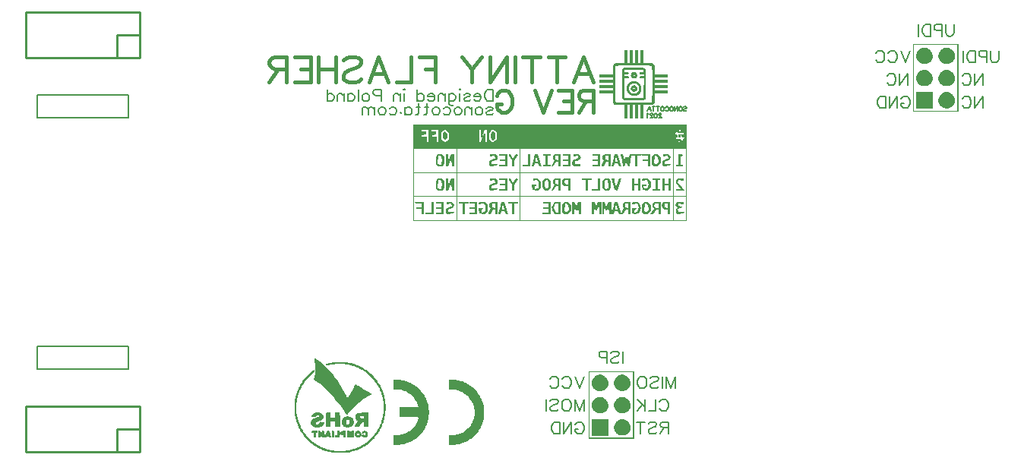
<source format=gbo>
G04 Layer: BottomSilkLayer*
G04 EasyEDA v6.4.25, 2021-12-03T12:43:26+01:00*
G04 4734013eef9542f2942493e3f9f6a545,9c416354eb984020824aaf9c885bead6,10*
G04 Gerber Generator version 0.2*
G04 Scale: 100 percent, Rotated: No, Reflected: No *
G04 Dimensions in inches *
G04 leading zeros omitted , absolute positions ,3 integer and 6 decimal *
%FSLAX36Y36*%
%MOIN*%

%ADD10C,0.0100*%
%ADD11C,0.0157*%
%ADD67C,0.0080*%
%ADD68C,0.0080*%

%LPD*%
G36*
X2378180Y798840D02*
G01*
X2378180Y741280D01*
X2352660Y740860D01*
X2344700Y740600D01*
X2341700Y740380D01*
X2339240Y740080D01*
X2337220Y739659D01*
X2335560Y739100D01*
X2334180Y738379D01*
X2332960Y737480D01*
X2331840Y736360D01*
X2330700Y735020D01*
X2328800Y732420D01*
X2328280Y731280D01*
X2327900Y729800D01*
X2327600Y727780D01*
X2327380Y725000D01*
X2327100Y716380D01*
X2326660Y689760D01*
X2269100Y689760D01*
X2269100Y677159D01*
X2326780Y677159D01*
X2326780Y666680D01*
X2269100Y666680D01*
X2269100Y654100D01*
X2326780Y654100D01*
X2326780Y643600D01*
X2269100Y643600D01*
X2269100Y631020D01*
X2326780Y631020D01*
X2326780Y630880D01*
X2338320Y630880D01*
X2338420Y702780D01*
X2338560Y713300D01*
X2338760Y720280D01*
X2339080Y724479D01*
X2339500Y726680D01*
X2339780Y727300D01*
X2340080Y727720D01*
X2340420Y728020D01*
X2340920Y728280D01*
X2341660Y728520D01*
X2344260Y728900D01*
X2348860Y729180D01*
X2356180Y729380D01*
X2381620Y729580D01*
X2458140Y729580D01*
X2473020Y729520D01*
X2483560Y729380D01*
X2490520Y729180D01*
X2494720Y728860D01*
X2496940Y728439D01*
X2497540Y728160D01*
X2497960Y727860D01*
X2498260Y727520D01*
X2498540Y727020D01*
X2498980Y725180D01*
X2499300Y721680D01*
X2499540Y715800D01*
X2499700Y706880D01*
X2499840Y677200D01*
X2499840Y609800D01*
X2499640Y584380D01*
X2499420Y577420D01*
X2499100Y573220D01*
X2498800Y571420D01*
X2498540Y570660D01*
X2498260Y570160D01*
X2497540Y569540D01*
X2496920Y569280D01*
X2496020Y569060D01*
X2493000Y568700D01*
X2487780Y568440D01*
X2468040Y568160D01*
X2384520Y568100D01*
X2356900Y568260D01*
X2349120Y568460D01*
X2344300Y568740D01*
X2342760Y568920D01*
X2341660Y569140D01*
X2340920Y569380D01*
X2340400Y569680D01*
X2339780Y570400D01*
X2339520Y571020D01*
X2339120Y573200D01*
X2338820Y577240D01*
X2338600Y583820D01*
X2338380Y607280D01*
X2338320Y630880D01*
X2326780Y630880D01*
X2326780Y620520D01*
X2269100Y620520D01*
X2269100Y607940D01*
X2326660Y607940D01*
X2327100Y581300D01*
X2327380Y572680D01*
X2327600Y569920D01*
X2327900Y567880D01*
X2328280Y566420D01*
X2328800Y565280D01*
X2330700Y562680D01*
X2331840Y561320D01*
X2332960Y560220D01*
X2334180Y559300D01*
X2335560Y558580D01*
X2337220Y558020D01*
X2339240Y557600D01*
X2341700Y557300D01*
X2344700Y557080D01*
X2352660Y556820D01*
X2378180Y556420D01*
X2378180Y498840D01*
X2390780Y498840D01*
X2390780Y556540D01*
X2401260Y556540D01*
X2401260Y498840D01*
X2413840Y498840D01*
X2413840Y556540D01*
X2424340Y556540D01*
X2424340Y498840D01*
X2436920Y498840D01*
X2436920Y556540D01*
X2447420Y556540D01*
X2447420Y498840D01*
X2460000Y498840D01*
X2460000Y556540D01*
X2486040Y556540D01*
X2494520Y556700D01*
X2497200Y556880D01*
X2499160Y557160D01*
X2500640Y557580D01*
X2501840Y558160D01*
X2504760Y560120D01*
X2506220Y561240D01*
X2507440Y562360D01*
X2508420Y563600D01*
X2509200Y565000D01*
X2509800Y566680D01*
X2510260Y568720D01*
X2510600Y571220D01*
X2510840Y574260D01*
X2511100Y582340D01*
X2511520Y607940D01*
X2569100Y607940D01*
X2569100Y620520D01*
X2511400Y620520D01*
X2511400Y631020D01*
X2569100Y631020D01*
X2569100Y643600D01*
X2511400Y643600D01*
X2511400Y654100D01*
X2569100Y654100D01*
X2569100Y666680D01*
X2511400Y666680D01*
X2511400Y677159D01*
X2569100Y677159D01*
X2569100Y689760D01*
X2511400Y689760D01*
X2511380Y715300D01*
X2511240Y723640D01*
X2511060Y726380D01*
X2510780Y728460D01*
X2510380Y730080D01*
X2509860Y731440D01*
X2509180Y732760D01*
X2508140Y734500D01*
X2507060Y735980D01*
X2505900Y737240D01*
X2504560Y738259D01*
X2503000Y739100D01*
X2501120Y739760D01*
X2498860Y740280D01*
X2496160Y740639D01*
X2492960Y740900D01*
X2484700Y741140D01*
X2460000Y741160D01*
X2460000Y798840D01*
X2447420Y798840D01*
X2447420Y741160D01*
X2436920Y741160D01*
X2436920Y798840D01*
X2424340Y798840D01*
X2424340Y741160D01*
X2413840Y741160D01*
X2413840Y798840D01*
X2401260Y798840D01*
X2401260Y741160D01*
X2390780Y741160D01*
X2390780Y798840D01*
G37*
G36*
X2439500Y720040D02*
G01*
X2374880Y719659D01*
X2367700Y711820D01*
X2367700Y621160D01*
X2377140Y621160D01*
X2377140Y672980D01*
X2384760Y672980D01*
X2387740Y673060D01*
X2390280Y673300D01*
X2392400Y673720D01*
X2394120Y674320D01*
X2395420Y675100D01*
X2396340Y676060D01*
X2396880Y677240D01*
X2397060Y678580D01*
X2396960Y679960D01*
X2396620Y681040D01*
X2395960Y681900D01*
X2394920Y682540D01*
X2393460Y682980D01*
X2391500Y683259D01*
X2388980Y683420D01*
X2377140Y683460D01*
X2377140Y691860D01*
X2388160Y691900D01*
X2390740Y692080D01*
X2392820Y692380D01*
X2394440Y692840D01*
X2395640Y693439D01*
X2396440Y694220D01*
X2396900Y695180D01*
X2397040Y696340D01*
X2396960Y697920D01*
X2396660Y699180D01*
X2396060Y700140D01*
X2395100Y700879D01*
X2393700Y701400D01*
X2391780Y701760D01*
X2389280Y702020D01*
X2381080Y702440D01*
X2378400Y702860D01*
X2377320Y703620D01*
X2377140Y705000D01*
X2377260Y706080D01*
X2377620Y707200D01*
X2378140Y708259D01*
X2378780Y709080D01*
X2379540Y709580D01*
X2380980Y709960D01*
X2383360Y710240D01*
X2387000Y710460D01*
X2399240Y710680D01*
X2459880Y710740D01*
X2461520Y708400D01*
X2462140Y707360D01*
X2462660Y706200D01*
X2463020Y705120D01*
X2463140Y704200D01*
X2462880Y703240D01*
X2461760Y702660D01*
X2459360Y702400D01*
X2451980Y702280D01*
X2449360Y702120D01*
X2447280Y701780D01*
X2445680Y701300D01*
X2444520Y700620D01*
X2443760Y699740D01*
X2443340Y698640D01*
X2443220Y697280D01*
X2443300Y695720D01*
X2443640Y694479D01*
X2444260Y693540D01*
X2445260Y692840D01*
X2446700Y692360D01*
X2448660Y692060D01*
X2451220Y691900D01*
X2463140Y691860D01*
X2463140Y683460D01*
X2451300Y683420D01*
X2448780Y683259D01*
X2446820Y682980D01*
X2445360Y682540D01*
X2444320Y681900D01*
X2443660Y681040D01*
X2443320Y679960D01*
X2443220Y678580D01*
X2443400Y677220D01*
X2443940Y676060D01*
X2444860Y675100D01*
X2446180Y674320D01*
X2447880Y673720D01*
X2450020Y673300D01*
X2452560Y673060D01*
X2455540Y672980D01*
X2463220Y672980D01*
X2462760Y614460D01*
X2462480Y599760D01*
X2462280Y595200D01*
X2462020Y592100D01*
X2461700Y590220D01*
X2461280Y589260D01*
X2461040Y589040D01*
X2459740Y588760D01*
X2452640Y588340D01*
X2441100Y588080D01*
X2426920Y587980D01*
X2408180Y588040D01*
X2394600Y588280D01*
X2384180Y588620D01*
X2380740Y588860D01*
X2378760Y589120D01*
X2378400Y589260D01*
X2378220Y589560D01*
X2377920Y590900D01*
X2377680Y593360D01*
X2377340Y602040D01*
X2377140Y621160D01*
X2367700Y621160D01*
X2367700Y587020D01*
X2370940Y583340D01*
X2372560Y581740D01*
X2374440Y580340D01*
X2376400Y579240D01*
X2378340Y578520D01*
X2379940Y578280D01*
X2382720Y578060D01*
X2391680Y577780D01*
X2413300Y577660D01*
X2434640Y577820D01*
X2451740Y578120D01*
X2457420Y578420D01*
X2461580Y578860D01*
X2463200Y579160D01*
X2464560Y579520D01*
X2465700Y579940D01*
X2466640Y580440D01*
X2467440Y581000D01*
X2468740Y582380D01*
X2470780Y585580D01*
X2471180Y586460D01*
X2471540Y587620D01*
X2471820Y589220D01*
X2472040Y591480D01*
X2472360Y598760D01*
X2472520Y611020D01*
X2472580Y629820D01*
X2472520Y687580D01*
X2472300Y699280D01*
X2472100Y703640D01*
X2471840Y707159D01*
X2471500Y709960D01*
X2471060Y712120D01*
X2470540Y713760D01*
X2469880Y715000D01*
X2469120Y715939D01*
X2468220Y716720D01*
X2465020Y718680D01*
X2463880Y719120D01*
X2462320Y719440D01*
X2460080Y719700D01*
X2456940Y719880D01*
X2446900Y720040D01*
G37*
G36*
X2419440Y701840D02*
G01*
X2417380Y701640D01*
X2415420Y701160D01*
X2413600Y700400D01*
X2411900Y699380D01*
X2410360Y698139D01*
X2409040Y696700D01*
X2407920Y695060D01*
X2407040Y693280D01*
X2406420Y691340D01*
X2406080Y689300D01*
X2406064Y687620D01*
X2416120Y687620D01*
X2416300Y689000D01*
X2417040Y690320D01*
X2417680Y690920D01*
X2418460Y691400D01*
X2419320Y691740D01*
X2420140Y691860D01*
X2422700Y690960D01*
X2423980Y688840D01*
X2423800Y686280D01*
X2421980Y684100D01*
X2420600Y683580D01*
X2419280Y683640D01*
X2418080Y684180D01*
X2417100Y685100D01*
X2416420Y686280D01*
X2416120Y687620D01*
X2406064Y687620D01*
X2406060Y687159D01*
X2406380Y684940D01*
X2407060Y682700D01*
X2408000Y680620D01*
X2409140Y678840D01*
X2410500Y677360D01*
X2412040Y676140D01*
X2413820Y675220D01*
X2415820Y674560D01*
X2418060Y674160D01*
X2420520Y674020D01*
X2423360Y674140D01*
X2425460Y674700D01*
X2427380Y675939D01*
X2429700Y678100D01*
X2431860Y680400D01*
X2433080Y682320D01*
X2433640Y684380D01*
X2433780Y687099D01*
X2433660Y689419D01*
X2433280Y691540D01*
X2432680Y693480D01*
X2431820Y695240D01*
X2430700Y696800D01*
X2429360Y698180D01*
X2427760Y699380D01*
X2425920Y700400D01*
X2423720Y701240D01*
X2421560Y701720D01*
G37*
G36*
X2420140Y661440D02*
G01*
X2415740Y661320D01*
X2413980Y661140D01*
X2412380Y660860D01*
X2410840Y660440D01*
X2409280Y659880D01*
X2405680Y658240D01*
X2403660Y657159D01*
X2401760Y656000D01*
X2400000Y654760D01*
X2398340Y653439D01*
X2396800Y652039D01*
X2395380Y650580D01*
X2394080Y649020D01*
X2392920Y647380D01*
X2391860Y645660D01*
X2390920Y643860D01*
X2390120Y642000D01*
X2389420Y640040D01*
X2388840Y638000D01*
X2388400Y635880D01*
X2388060Y633680D01*
X2387860Y631420D01*
X2387767Y628160D01*
X2397340Y628160D01*
X2397400Y630400D01*
X2397740Y632660D01*
X2398320Y634940D01*
X2399120Y637180D01*
X2400160Y639380D01*
X2401380Y641480D01*
X2402800Y643439D01*
X2404380Y645280D01*
X2406100Y646919D01*
X2407980Y648340D01*
X2409960Y649539D01*
X2411820Y650300D01*
X2413960Y650900D01*
X2416320Y651320D01*
X2418780Y651560D01*
X2421260Y651600D01*
X2423660Y651440D01*
X2425900Y651080D01*
X2427860Y650520D01*
X2429880Y649659D01*
X2431740Y648620D01*
X2433480Y647440D01*
X2435040Y646120D01*
X2436460Y644659D01*
X2437740Y643100D01*
X2438860Y641440D01*
X2439820Y639680D01*
X2440640Y637860D01*
X2441280Y635980D01*
X2441780Y634040D01*
X2442100Y632080D01*
X2442260Y630080D01*
X2442260Y628080D01*
X2442100Y626100D01*
X2441760Y624120D01*
X2441260Y622180D01*
X2440580Y620280D01*
X2439740Y618440D01*
X2438720Y616660D01*
X2437520Y614980D01*
X2436140Y613400D01*
X2434580Y611920D01*
X2432840Y610560D01*
X2430180Y608860D01*
X2427760Y607920D01*
X2424680Y607500D01*
X2420140Y607420D01*
X2415580Y607500D01*
X2412520Y607920D01*
X2410080Y608880D01*
X2407380Y610600D01*
X2405560Y612040D01*
X2403860Y613680D01*
X2402320Y615480D01*
X2400940Y617400D01*
X2399780Y619440D01*
X2398800Y621580D01*
X2398060Y623760D01*
X2397560Y625980D01*
X2397340Y628160D01*
X2387767Y628160D01*
X2387920Y624560D01*
X2388200Y622480D01*
X2388620Y620500D01*
X2389180Y618580D01*
X2389880Y616720D01*
X2390740Y614920D01*
X2391740Y613140D01*
X2392900Y611400D01*
X2394220Y609660D01*
X2397480Y606020D01*
X2399240Y604340D01*
X2401000Y602860D01*
X2402780Y601560D01*
X2404600Y600440D01*
X2406460Y599500D01*
X2408380Y598700D01*
X2410400Y598080D01*
X2412500Y597600D01*
X2414740Y597260D01*
X2417100Y597060D01*
X2419620Y596980D01*
X2421980Y597020D01*
X2426280Y597380D01*
X2428240Y597740D01*
X2430120Y598200D01*
X2431920Y598800D01*
X2433640Y599520D01*
X2435340Y600380D01*
X2437020Y601400D01*
X2438700Y602560D01*
X2442120Y605400D01*
X2443820Y607060D01*
X2445380Y608800D01*
X2446760Y610620D01*
X2448000Y612520D01*
X2449100Y614480D01*
X2450040Y616500D01*
X2450820Y618560D01*
X2451460Y620680D01*
X2451960Y622800D01*
X2452300Y624960D01*
X2452500Y627140D01*
X2452540Y629300D01*
X2452460Y631480D01*
X2452220Y633640D01*
X2451860Y635780D01*
X2451340Y637900D01*
X2450700Y639980D01*
X2449900Y642020D01*
X2448980Y644000D01*
X2447920Y645939D01*
X2446720Y647780D01*
X2445400Y649560D01*
X2443940Y651260D01*
X2442360Y652860D01*
X2440640Y654360D01*
X2438800Y655759D01*
X2436820Y657020D01*
X2434720Y658180D01*
X2431060Y659860D01*
X2429480Y660440D01*
X2427920Y660860D01*
X2426320Y661140D01*
X2424540Y661320D01*
G37*
G36*
X2420320Y643480D02*
G01*
X2417540Y643160D01*
X2414520Y642159D01*
X2412700Y641260D01*
X2411100Y640180D01*
X2409700Y638920D01*
X2408500Y637520D01*
X2407540Y635980D01*
X2406800Y634320D01*
X2406280Y632580D01*
X2406020Y630780D01*
X2406042Y628580D01*
X2416020Y628580D01*
X2416200Y630280D01*
X2417200Y631860D01*
X2419660Y633040D01*
X2422100Y632500D01*
X2423760Y630680D01*
X2423860Y628020D01*
X2422940Y626360D01*
X2421560Y625400D01*
X2419840Y625200D01*
X2417960Y625820D01*
X2416620Y627000D01*
X2416020Y628580D01*
X2406042Y628580D01*
X2406240Y627020D01*
X2406740Y625120D01*
X2407520Y623240D01*
X2408680Y621140D01*
X2410000Y619400D01*
X2411500Y617960D01*
X2413180Y616860D01*
X2415040Y616060D01*
X2417080Y615580D01*
X2419340Y615420D01*
X2421780Y615540D01*
X2424480Y616000D01*
X2426560Y616740D01*
X2428400Y617980D01*
X2430340Y619880D01*
X2432080Y621980D01*
X2433140Y623880D01*
X2433640Y625940D01*
X2433780Y628640D01*
X2433640Y630900D01*
X2433240Y633060D01*
X2432580Y635060D01*
X2431700Y636900D01*
X2430600Y638540D01*
X2429300Y639960D01*
X2427820Y641140D01*
X2426160Y642039D01*
X2423120Y643120D01*
G37*
G36*
X1450000Y471659D02*
G01*
X1450000Y448340D01*
X1746660Y448340D01*
X1746660Y410340D01*
X1749560Y413500D01*
X1750260Y414460D01*
X1751160Y415980D01*
X1753340Y420379D01*
X1755840Y426100D01*
X1758340Y432500D01*
X1764240Y448340D01*
X1773340Y448340D01*
X1773340Y408340D01*
X1783340Y408340D01*
X1783340Y435000D01*
X1790000Y441659D01*
X1792740Y444300D01*
X1795060Y446220D01*
X1797100Y447420D01*
X1799060Y447920D01*
X1801100Y447720D01*
X1803360Y446860D01*
X1806020Y445319D01*
X1809259Y443140D01*
X1816660Y437960D01*
X1816660Y432060D01*
X2598340Y432060D01*
X2605960Y435319D01*
X2603159Y450000D01*
X2611019Y435000D01*
X2620779Y435000D01*
X2617300Y448340D01*
X2623340Y448340D01*
X2623340Y435000D01*
X2636660Y435000D01*
X2636660Y428340D01*
X2625960Y428340D01*
X2628759Y420900D01*
X2629840Y417360D01*
X2630000Y416400D01*
X2630400Y415860D01*
X2631460Y415400D01*
X2633060Y415100D01*
X2635000Y415000D01*
X2640000Y415000D01*
X2640000Y411659D01*
X2639740Y410379D01*
X2639020Y409320D01*
X2637960Y408600D01*
X2636660Y408340D01*
X2633340Y408340D01*
X2632880Y393340D01*
X2625640Y408340D01*
X2616220Y408340D01*
X2620460Y395000D01*
X2613340Y395000D01*
X2613340Y408340D01*
X2603340Y408340D01*
X2603340Y411659D01*
X2603600Y412960D01*
X2604320Y414020D01*
X2605380Y414739D01*
X2606660Y415000D01*
X2610000Y415000D01*
X2610000Y424660D01*
X2598340Y432060D01*
X1816660Y432060D01*
X1816660Y405379D01*
X1809259Y400180D01*
X1806020Y398000D01*
X1803360Y396480D01*
X1801100Y395600D01*
X1799060Y395420D01*
X1797100Y395920D01*
X1795060Y397120D01*
X1792740Y399020D01*
X1790000Y401659D01*
X1783340Y408340D01*
X1773340Y408340D01*
X1773340Y395000D01*
X1766660Y395000D01*
X1766660Y432060D01*
X1763680Y430200D01*
X1762940Y429500D01*
X1762040Y428180D01*
X1760980Y426320D01*
X1758540Y421300D01*
X1755940Y415060D01*
X1748680Y395000D01*
X1740000Y395000D01*
X1740000Y448340D01*
X1560000Y448340D01*
X1560000Y405379D01*
X1573340Y405379D01*
X1573340Y437960D01*
X1580740Y443140D01*
X1583980Y445319D01*
X1586639Y446860D01*
X1588899Y447720D01*
X1590940Y447920D01*
X1592900Y447420D01*
X1594940Y446220D01*
X1597260Y444300D01*
X1600000Y441659D01*
X1606660Y435000D01*
X1606660Y408340D01*
X1600000Y401659D01*
X1597260Y399020D01*
X1594940Y397120D01*
X1592900Y395920D01*
X1590940Y395420D01*
X1588899Y395600D01*
X1586639Y396480D01*
X1583980Y398000D01*
X1580740Y400180D01*
X1573340Y405379D01*
X1560000Y405379D01*
X1560000Y395000D01*
X1553340Y395000D01*
X1553340Y418340D01*
X1533340Y418340D01*
X1533340Y424560D01*
X1551660Y426659D01*
X1551660Y440000D01*
X1530000Y442080D01*
X1530000Y448340D01*
X1516660Y448340D01*
X1516660Y395000D01*
X1510000Y395000D01*
X1510000Y418340D01*
X1486660Y418340D01*
X1486660Y424580D01*
X1508340Y426659D01*
X1508340Y440000D01*
X1486660Y442080D01*
X1486660Y448340D01*
X1450000Y448340D01*
X1450000Y365000D01*
X2646660Y365000D01*
X2646660Y261660D01*
X2593340Y261660D01*
X2593340Y365000D01*
X2590000Y365000D01*
X2590000Y261660D01*
X1920000Y261660D01*
X1920000Y365000D01*
X1916660Y365000D01*
X1916660Y261660D01*
X1643340Y261660D01*
X1643340Y365000D01*
X1640000Y365000D01*
X1640000Y261660D01*
X1453340Y261660D01*
X1453340Y365000D01*
X1450000Y365000D01*
X1450000Y258340D01*
X2646660Y258340D01*
X2646660Y158340D01*
X2593340Y158340D01*
X2593340Y258340D01*
X2590000Y258340D01*
X2590000Y158340D01*
X1920000Y158340D01*
X1920000Y258340D01*
X1916660Y258340D01*
X1916660Y158340D01*
X1643340Y158340D01*
X1643340Y258340D01*
X1640000Y258340D01*
X1640000Y158340D01*
X1453340Y158340D01*
X1453340Y258340D01*
X1450000Y258340D01*
X1450000Y155000D01*
X2646660Y155000D01*
X2646660Y51660D01*
X2593340Y51660D01*
X2593340Y155000D01*
X2590000Y155000D01*
X2590000Y51660D01*
X1920000Y51660D01*
X1920000Y155000D01*
X1916660Y155000D01*
X1916660Y51660D01*
X1643340Y51660D01*
X1643340Y155000D01*
X1640000Y155000D01*
X1640000Y51660D01*
X1453340Y51660D01*
X1453340Y155000D01*
X1450000Y155000D01*
X1450000Y48339D01*
X2650000Y48339D01*
X2650000Y471659D01*
G37*
G36*
X1588779Y442400D02*
G01*
X1580000Y430400D01*
X1580000Y412939D01*
X1590000Y400000D01*
X1600000Y412939D01*
X1600000Y431200D01*
G37*
G36*
X1802520Y441140D02*
G01*
X1793940Y437860D01*
X1789740Y421100D01*
X1791980Y413880D01*
X1793140Y410900D01*
X1794640Y408100D01*
X1796260Y405820D01*
X1797840Y404360D01*
X1801440Y402040D01*
X1810000Y409140D01*
X1810000Y433660D01*
G37*
G36*
X2613340Y428340D02*
G01*
X2613340Y415000D01*
X2623340Y415000D01*
X2623340Y428340D01*
G37*
G36*
X1998340Y341880D02*
G01*
X1986000Y340000D01*
X1976717Y310840D01*
X1986900Y310840D01*
X1987200Y312320D01*
X1987800Y314480D01*
X1989660Y319760D01*
X1992160Y326180D01*
X1994420Y320319D01*
X1995300Y317800D01*
X1996000Y315280D01*
X1996480Y313040D01*
X1996660Y311400D01*
X1996660Y308340D01*
X1991660Y308340D01*
X1989740Y308540D01*
X1988200Y309060D01*
X1987200Y309860D01*
X1986900Y310840D01*
X1976717Y310840D01*
X1970040Y289160D01*
X1970440Y288840D01*
X1971579Y288580D01*
X1973260Y288400D01*
X1980620Y288340D01*
X1984120Y301660D01*
X1999560Y301660D01*
X2003779Y288340D01*
X2014120Y288340D01*
X2008740Y306940D01*
G37*
G36*
X2348340Y341880D02*
G01*
X2336000Y340000D01*
X2326717Y310840D01*
X2336900Y310840D01*
X2337200Y312320D01*
X2337800Y314480D01*
X2339660Y319760D01*
X2342160Y326180D01*
X2344420Y320319D01*
X2345300Y317800D01*
X2346000Y315280D01*
X2346480Y313040D01*
X2346660Y311400D01*
X2346660Y308340D01*
X2341660Y308340D01*
X2339740Y308540D01*
X2338200Y309060D01*
X2337200Y309860D01*
X2336900Y310840D01*
X2326717Y310840D01*
X2320040Y289160D01*
X2320440Y288840D01*
X2321580Y288580D01*
X2323260Y288400D01*
X2330620Y288340D01*
X2334120Y301660D01*
X2349560Y301660D01*
X2353780Y288340D01*
X2364120Y288340D01*
X2358740Y306940D01*
G37*
G36*
X1556900Y341659D02*
G01*
X1550000Y328780D01*
X1550000Y301220D01*
X1551590Y298260D01*
X1559640Y298260D01*
X1561660Y333280D01*
X1572500Y335319D01*
X1574580Y329900D01*
X1575260Y327720D01*
X1575800Y325220D01*
X1576180Y322460D01*
X1576440Y319500D01*
X1576540Y316440D01*
X1576519Y313360D01*
X1576360Y310340D01*
X1576060Y307440D01*
X1575640Y304740D01*
X1575100Y302320D01*
X1574420Y300280D01*
X1573620Y298680D01*
X1570680Y294020D01*
X1559640Y298260D01*
X1551590Y298260D01*
X1556900Y288340D01*
X1579760Y288340D01*
X1586660Y301220D01*
X1586660Y331200D01*
X1576200Y341659D01*
G37*
G36*
X1593340Y341659D02*
G01*
X1593340Y288340D01*
X1605780Y288340D01*
X1619560Y323340D01*
X1620000Y288340D01*
X1630000Y288340D01*
X1630000Y341659D01*
X1617500Y341659D01*
X1603880Y310000D01*
X1603340Y341659D01*
G37*
G36*
X1786660Y341659D02*
G01*
X1786660Y332360D01*
X1808100Y333340D01*
X1810340Y322480D01*
X1801020Y320140D01*
X1797080Y318960D01*
X1793220Y317460D01*
X1789880Y315860D01*
X1787520Y314320D01*
X1783340Y310860D01*
X1783340Y295820D01*
X1792860Y287900D01*
X1817820Y290000D01*
X1820500Y298200D01*
X1795260Y296660D01*
X1793060Y307220D01*
X1820000Y317800D01*
X1820000Y333660D01*
X1812000Y341659D01*
G37*
G36*
X1826660Y341659D02*
G01*
X1826660Y335000D01*
X1853340Y335000D01*
X1853340Y318340D01*
X1830000Y318340D01*
X1830000Y311660D01*
X1853340Y311660D01*
X1853340Y295000D01*
X1826660Y295000D01*
X1826660Y288340D01*
X1863340Y288340D01*
X1863340Y341659D01*
G37*
G36*
X1874460Y341659D02*
G01*
X1872500Y341500D01*
X1871160Y340980D01*
X1870440Y340020D01*
X1870360Y338519D01*
X1870940Y336440D01*
X1872180Y333660D01*
X1874079Y330120D01*
X1883340Y314840D01*
X1883340Y288340D01*
X1893340Y288340D01*
X1893360Y310000D01*
X1903240Y326060D01*
X1906180Y331200D01*
X1908440Y335480D01*
X1909700Y338400D01*
X1909900Y339159D01*
X1909540Y340140D01*
X1908480Y340940D01*
X1906879Y341460D01*
X1904920Y341659D01*
X1899860Y341659D01*
X1896060Y333340D01*
X1894360Y330100D01*
X1892540Y327440D01*
X1890800Y325660D01*
X1889400Y325000D01*
X1887980Y325660D01*
X1886260Y327440D01*
X1884420Y330100D01*
X1882720Y333340D01*
X1878940Y341659D01*
G37*
G36*
X1953340Y341659D02*
G01*
X1953340Y295000D01*
X1930000Y295000D01*
X1930000Y288340D01*
X1963340Y288340D01*
X1963340Y341659D01*
G37*
G36*
X2020000Y341659D02*
G01*
X2020000Y335000D01*
X2030000Y335000D01*
X2030000Y295000D01*
X2020000Y295000D01*
X2020000Y288340D01*
X2053340Y288340D01*
X2053340Y295000D01*
X2040000Y295000D01*
X2040000Y335000D01*
X2053340Y335000D01*
X2053340Y341659D01*
G37*
G36*
X2071339Y341659D02*
G01*
X2063340Y333660D01*
X2063340Y318720D01*
X2066510Y316760D01*
X2075000Y316760D01*
X2075000Y333240D01*
X2086660Y335480D01*
X2086660Y314520D01*
X2075000Y316760D01*
X2066510Y316760D01*
X2069960Y314640D01*
X2056540Y288340D01*
X2066279Y288340D01*
X2078100Y308340D01*
X2086660Y308340D01*
X2086660Y288340D01*
X2096660Y288340D01*
X2096660Y341659D01*
G37*
G36*
X2106660Y341659D02*
G01*
X2106660Y335000D01*
X2130000Y335000D01*
X2130000Y318340D01*
X2106660Y318340D01*
X2106660Y311660D01*
X2130000Y311660D01*
X2130000Y295000D01*
X2106660Y295000D01*
X2106660Y288340D01*
X2140000Y288340D01*
X2140000Y341659D01*
G37*
G36*
X2153340Y341659D02*
G01*
X2153340Y332360D01*
X2175000Y333340D01*
X2175000Y324280D01*
X2151660Y313300D01*
X2149480Y297960D01*
X2157480Y288340D01*
X2183340Y288340D01*
X2183340Y297640D01*
X2161660Y296660D01*
X2161660Y309900D01*
X2168340Y311140D01*
X2170440Y311660D01*
X2172580Y312440D01*
X2174700Y313460D01*
X2176780Y314660D01*
X2178760Y316020D01*
X2180620Y317500D01*
X2182300Y319060D01*
X2183760Y320680D01*
X2184980Y322299D01*
X2185880Y323920D01*
X2186460Y325480D01*
X2186660Y326940D01*
X2186260Y329000D01*
X2185120Y331480D01*
X2183460Y334060D01*
X2181420Y336420D01*
X2176200Y341659D01*
G37*
G36*
X2236660Y341659D02*
G01*
X2236660Y335000D01*
X2260000Y335000D01*
X2260000Y318340D01*
X2236660Y318340D01*
X2236660Y311660D01*
X2260000Y311660D01*
X2260000Y295000D01*
X2236660Y295000D01*
X2236660Y288340D01*
X2270000Y288340D01*
X2270000Y341659D01*
G37*
G36*
X2316660Y341659D02*
G01*
X2304160Y341620D01*
X2298960Y341360D01*
X2294000Y340720D01*
X2291780Y340300D01*
X2289840Y339799D01*
X2288260Y339240D01*
X2287080Y338660D01*
X2282500Y335760D01*
X2282500Y316940D01*
X2283043Y316760D01*
X2295000Y316760D01*
X2295000Y333240D01*
X2306660Y335480D01*
X2306660Y314520D01*
X2295000Y316760D01*
X2283043Y316760D01*
X2289640Y314560D01*
X2280600Y299620D01*
X2278720Y296140D01*
X2277540Y293400D01*
X2277020Y291360D01*
X2277180Y289920D01*
X2278000Y288980D01*
X2279480Y288480D01*
X2281580Y288340D01*
X2286500Y288340D01*
X2296840Y308340D01*
X2306660Y308340D01*
X2306660Y288340D01*
X2316660Y288340D01*
G37*
G36*
X2362600Y341659D02*
G01*
X2365360Y325360D01*
X2366820Y316020D01*
X2370800Y288000D01*
X2381620Y290080D01*
X2385620Y310000D01*
X2388780Y301500D01*
X2390780Y295740D01*
X2393120Y288340D01*
X2402560Y288340D01*
X2408340Y333340D01*
X2423340Y335460D01*
X2423340Y288340D01*
X2433340Y288340D01*
X2433340Y335000D01*
X2450000Y335000D01*
X2450000Y341659D01*
X2400720Y341659D01*
X2394120Y310000D01*
X2393340Y328340D01*
X2380460Y328340D01*
X2377760Y313340D01*
X2372480Y341659D01*
G37*
G36*
X2452940Y341659D02*
G01*
X2457060Y335000D01*
X2480000Y335000D01*
X2480000Y318340D01*
X2456660Y318340D01*
X2456660Y311660D01*
X2480000Y311660D01*
X2480000Y288340D01*
X2490000Y288340D01*
X2490000Y341659D01*
G37*
G36*
X2507480Y341659D02*
G01*
X2498720Y331100D01*
X2498720Y300740D01*
X2509600Y300740D01*
X2511660Y332819D01*
X2519540Y335400D01*
X2523100Y328760D01*
X2523820Y327260D01*
X2525100Y323680D01*
X2526060Y319740D01*
X2526600Y315920D01*
X2526660Y306280D01*
X2517120Y293340D01*
X2509600Y300740D01*
X2498720Y300740D01*
X2498720Y298900D01*
X2507480Y288340D01*
X2526280Y288340D01*
X2536660Y303160D01*
X2536660Y326840D01*
X2526280Y341659D01*
G37*
G36*
X2546660Y341659D02*
G01*
X2546660Y332360D01*
X2568100Y333340D01*
X2570340Y322480D01*
X2561019Y320140D01*
X2557080Y318960D01*
X2553220Y317460D01*
X2549880Y315860D01*
X2547520Y314320D01*
X2543340Y310860D01*
X2543340Y295820D01*
X2552860Y287900D01*
X2577820Y290000D01*
X2580500Y298200D01*
X2555000Y296660D01*
X2555000Y309120D01*
X2578340Y316660D01*
X2580520Y332040D01*
X2572520Y341659D01*
G37*
G36*
X2613340Y341659D02*
G01*
X2613340Y295000D01*
X2603340Y295000D01*
X2603340Y288340D01*
X2633340Y288340D01*
X2633340Y295000D01*
X2623340Y295000D01*
X2623340Y330880D01*
X2637340Y334560D01*
X2632940Y341659D01*
G37*
G36*
X2482700Y235360D02*
G01*
X2458840Y233340D01*
X2456320Y225640D01*
X2478020Y226660D01*
X2484620Y208340D01*
X2478180Y190000D01*
X2465100Y190000D01*
X2462840Y201660D01*
X2473340Y201660D01*
X2473340Y208340D01*
X2456260Y208340D01*
X2458340Y183340D01*
X2482700Y181300D01*
X2493340Y196480D01*
X2493340Y220180D01*
G37*
G36*
X1556900Y235000D02*
G01*
X1550000Y222100D01*
X1550000Y194560D01*
X1551590Y191600D01*
X1559640Y191600D01*
X1561660Y226600D01*
X1572500Y228660D01*
X1574580Y223220D01*
X1575260Y221060D01*
X1575800Y218560D01*
X1576180Y215780D01*
X1576440Y212840D01*
X1576540Y209780D01*
X1576519Y206700D01*
X1576360Y203660D01*
X1576060Y200760D01*
X1575640Y198060D01*
X1575100Y195660D01*
X1574420Y193619D01*
X1573620Y192020D01*
X1570680Y187360D01*
X1559640Y191600D01*
X1551590Y191600D01*
X1556900Y181660D01*
X1579760Y181660D01*
X1586660Y194560D01*
X1586660Y224520D01*
X1576200Y235000D01*
G37*
G36*
X1593340Y235000D02*
G01*
X1593340Y181660D01*
X1605780Y181660D01*
X1619560Y216660D01*
X1620000Y181660D01*
X1630000Y181660D01*
X1630000Y235000D01*
X1617500Y235000D01*
X1603880Y203340D01*
X1603340Y235000D01*
G37*
G36*
X1786660Y235000D02*
G01*
X1786660Y225680D01*
X1808100Y226660D01*
X1810340Y215799D01*
X1801020Y213460D01*
X1797080Y212280D01*
X1793220Y210799D01*
X1789880Y209180D01*
X1787520Y207659D01*
X1783340Y204180D01*
X1783340Y189140D01*
X1792860Y181240D01*
X1817820Y183340D01*
X1820500Y191520D01*
X1795260Y190000D01*
X1793060Y200539D01*
X1820000Y211119D01*
X1820000Y227000D01*
X1812000Y235000D01*
G37*
G36*
X1826660Y235000D02*
G01*
X1826660Y228340D01*
X1853340Y228340D01*
X1853340Y211660D01*
X1830000Y211660D01*
X1830000Y205000D01*
X1853340Y205000D01*
X1853340Y188340D01*
X1826660Y188340D01*
X1826660Y181660D01*
X1863340Y181660D01*
X1863340Y235000D01*
G37*
G36*
X1874460Y235000D02*
G01*
X1872500Y234840D01*
X1871160Y234320D01*
X1870440Y233359D01*
X1870360Y231860D01*
X1870940Y229760D01*
X1872180Y227000D01*
X1874079Y223460D01*
X1883340Y208180D01*
X1883340Y181660D01*
X1893340Y181660D01*
X1893360Y203340D01*
X1903240Y219400D01*
X1906180Y224540D01*
X1908440Y228820D01*
X1909700Y231720D01*
X1909900Y232500D01*
X1909540Y233480D01*
X1908480Y234259D01*
X1906879Y234800D01*
X1904920Y235000D01*
X1899860Y235000D01*
X1896060Y226660D01*
X1894360Y223440D01*
X1892540Y220780D01*
X1890800Y219000D01*
X1889400Y218340D01*
X1887980Y219000D01*
X1886260Y220780D01*
X1884420Y223440D01*
X1882720Y226660D01*
X1878940Y235000D01*
G37*
G36*
X1976660Y235000D02*
G01*
X1976660Y224540D01*
X1990320Y228880D01*
X2000000Y220859D01*
X2000000Y192380D01*
X1994720Y190360D01*
X1992440Y189579D01*
X1990100Y188920D01*
X1988000Y188500D01*
X1986399Y188340D01*
X1983340Y188340D01*
X1983340Y201660D01*
X1986660Y201660D01*
X1987960Y201920D01*
X1989019Y202640D01*
X1989740Y203700D01*
X1990000Y205000D01*
X1990000Y208340D01*
X1972940Y208340D01*
X1975000Y183340D01*
X1998680Y181340D01*
X2011519Y195539D01*
X2011519Y221140D01*
X1998959Y235000D01*
G37*
G36*
X2027040Y235000D02*
G01*
X2016660Y220180D01*
X2016660Y199600D01*
X2026660Y199600D01*
X2026660Y207520D01*
X2026740Y209240D01*
X2026940Y211100D01*
X2027680Y215000D01*
X2028779Y218760D01*
X2029420Y220420D01*
X2030120Y221880D01*
X2031160Y223700D01*
X2032220Y225219D01*
X2033260Y226439D01*
X2034280Y227380D01*
X2035280Y228039D01*
X2036260Y228400D01*
X2037200Y228520D01*
X2038120Y228359D01*
X2038980Y227940D01*
X2039800Y227260D01*
X2040580Y226340D01*
X2041300Y225180D01*
X2041940Y223760D01*
X2042520Y222120D01*
X2043020Y220260D01*
X2043440Y218180D01*
X2043779Y215859D01*
X2044040Y213340D01*
X2044199Y210620D01*
X2044240Y194579D01*
X2036220Y186660D01*
X2026660Y199600D01*
X2016660Y199600D01*
X2016660Y196480D01*
X2027040Y181660D01*
X2045860Y181660D01*
X2055000Y192700D01*
X2055000Y223980D01*
X2045860Y235000D01*
G37*
G36*
X2071339Y235000D02*
G01*
X2063340Y227000D01*
X2063340Y212060D01*
X2066510Y210100D01*
X2075000Y210100D01*
X2075000Y226580D01*
X2086660Y228820D01*
X2086660Y207840D01*
X2075000Y210100D01*
X2066510Y210100D01*
X2069960Y207979D01*
X2056540Y181660D01*
X2066279Y181660D01*
X2078100Y201660D01*
X2086660Y201660D01*
X2086660Y181660D01*
X2096660Y181660D01*
X2096660Y235000D01*
G37*
G36*
X2110240Y235000D02*
G01*
X2106780Y228560D01*
X2105680Y226340D01*
X2104820Y224240D01*
X2104160Y222220D01*
X2103740Y220280D01*
X2103540Y218420D01*
X2103560Y217480D01*
X2113220Y217480D01*
X2117380Y228340D01*
X2130000Y228340D01*
X2130000Y208340D01*
X2125400Y208340D01*
X2123320Y208700D01*
X2121040Y209680D01*
X2118860Y211140D01*
X2117020Y212920D01*
X2113220Y217480D01*
X2103560Y217480D01*
X2103580Y216620D01*
X2103840Y214880D01*
X2104320Y213220D01*
X2105040Y211580D01*
X2105980Y210000D01*
X2107160Y208440D01*
X2108580Y206900D01*
X2113820Y201660D01*
X2130000Y201660D01*
X2130000Y181660D01*
X2140000Y181660D01*
X2140000Y235000D01*
G37*
G36*
X2190000Y235000D02*
G01*
X2190000Y228340D01*
X2206660Y228340D01*
X2206660Y181660D01*
X2216660Y181660D01*
X2216660Y228340D01*
X2233340Y228340D01*
X2233340Y235000D01*
G37*
G36*
X2260000Y235000D02*
G01*
X2260000Y188340D01*
X2233340Y188340D01*
X2233340Y181660D01*
X2270000Y181660D01*
X2270000Y235000D01*
G37*
G36*
X2290380Y235000D02*
G01*
X2280000Y220180D01*
X2280000Y209720D01*
X2290120Y209720D01*
X2290220Y212760D01*
X2290460Y215700D01*
X2290840Y218440D01*
X2291360Y220920D01*
X2292020Y223060D01*
X2294040Y228340D01*
X2298140Y228340D01*
X2299760Y228240D01*
X2301180Y227960D01*
X2302400Y227460D01*
X2303440Y226720D01*
X2304300Y225660D01*
X2305000Y224300D01*
X2305560Y222600D01*
X2306000Y220500D01*
X2306300Y218000D01*
X2306520Y215040D01*
X2306640Y211620D01*
X2306660Y191460D01*
X2296000Y187360D01*
X2293040Y192020D01*
X2292260Y193600D01*
X2291580Y195640D01*
X2291040Y198039D01*
X2290620Y200740D01*
X2290320Y203619D01*
X2290140Y206660D01*
X2290120Y209720D01*
X2280000Y209720D01*
X2280000Y193860D01*
X2291040Y181660D01*
X2309760Y181660D01*
X2316660Y194560D01*
X2316660Y222100D01*
X2309760Y235000D01*
G37*
G36*
X2320820Y235000D02*
G01*
X2335680Y183340D01*
X2348540Y181400D01*
X2356660Y211740D01*
X2360240Y224160D01*
X2362040Y229760D01*
X2364040Y235000D01*
X2353520Y235000D01*
X2342120Y196660D01*
X2337140Y212800D01*
X2335640Y218440D01*
X2334440Y223619D01*
X2333720Y227719D01*
X2333340Y235000D01*
G37*
G36*
X2410000Y235000D02*
G01*
X2410000Y181660D01*
X2420000Y181660D01*
X2420000Y205000D01*
X2436660Y205000D01*
X2436660Y181660D01*
X2446660Y181660D01*
X2446660Y235000D01*
X2436660Y235000D01*
X2436660Y211660D01*
X2420000Y211660D01*
X2420000Y235000D01*
G37*
G36*
X2500000Y235000D02*
G01*
X2500000Y228340D01*
X2513340Y228340D01*
X2513340Y188340D01*
X2500000Y188340D01*
X2500000Y181660D01*
X2533340Y181660D01*
X2533340Y188340D01*
X2523340Y188340D01*
X2523340Y228340D01*
X2533340Y228340D01*
X2533340Y235000D01*
G37*
G36*
X2543340Y235000D02*
G01*
X2543340Y181660D01*
X2553340Y181660D01*
X2553340Y205000D01*
X2570000Y205000D01*
X2570000Y181660D01*
X2580000Y181660D01*
X2580000Y235000D01*
X2570000Y235000D01*
X2570000Y211660D01*
X2553340Y211660D01*
X2553340Y235000D01*
G37*
G36*
X2610240Y235000D02*
G01*
X2605600Y226240D01*
X2604700Y224140D01*
X2604080Y222240D01*
X2603780Y220420D01*
X2603820Y218640D01*
X2604240Y216840D01*
X2605020Y214920D01*
X2606200Y212860D01*
X2607820Y210580D01*
X2609860Y207979D01*
X2615380Y201680D01*
X2627440Y188340D01*
X2603340Y188340D01*
X2603340Y181660D01*
X2640000Y181660D01*
X2640000Y183800D01*
X2639720Y184520D01*
X2638940Y185780D01*
X2636019Y189620D01*
X2631720Y194740D01*
X2626460Y200620D01*
X2612900Y215320D01*
X2615240Y226660D01*
X2636660Y225680D01*
X2636660Y235000D01*
G37*
G36*
X2636660Y132040D02*
G01*
X2609020Y130000D01*
X2601720Y118360D01*
X2609860Y105300D01*
X2603340Y101280D01*
X2603340Y85820D01*
X2612860Y77900D01*
X2637820Y80000D01*
X2640500Y88200D01*
X2615000Y86660D01*
X2612900Y101440D01*
X2621460Y103580D01*
X2624780Y104620D01*
X2627480Y105900D01*
X2629320Y107220D01*
X2630000Y108460D01*
X2630000Y111199D01*
X2615000Y113340D01*
X2615000Y123340D01*
X2636660Y122360D01*
G37*
G36*
X2435840Y132020D02*
G01*
X2415520Y130000D01*
X2412800Y121720D01*
X2433200Y125800D01*
X2440480Y106660D01*
X2434780Y86660D01*
X2420000Y84540D01*
X2420000Y95940D01*
X2431660Y104780D01*
X2410000Y105000D01*
X2410000Y81800D01*
X2427600Y77380D01*
X2444780Y83420D01*
X2450840Y104540D01*
X2448740Y112880D01*
X2448220Y114660D01*
X2447500Y116540D01*
X2446660Y118440D01*
X2445680Y120340D01*
X2443520Y123859D01*
X2442380Y125360D01*
X2441240Y126620D01*
G37*
G36*
X1765340Y132000D02*
G01*
X1742180Y130000D01*
X1739139Y120719D01*
X1757300Y125280D01*
X1766660Y117520D01*
X1766660Y93000D01*
X1762660Y89000D01*
X1760780Y87440D01*
X1758560Y86180D01*
X1756339Y85320D01*
X1754340Y85000D01*
X1750000Y85000D01*
X1750000Y98340D01*
X1753340Y98340D01*
X1754620Y98600D01*
X1755680Y99320D01*
X1756399Y100380D01*
X1756660Y101660D01*
X1756660Y105000D01*
X1739600Y105000D01*
X1741660Y80000D01*
X1763959Y77860D01*
X1776660Y89360D01*
X1776660Y119480D01*
G37*
G36*
X1851660Y131880D02*
G01*
X1839340Y130000D01*
X1830052Y100840D01*
X1840240Y100840D01*
X1840520Y102320D01*
X1841980Y107060D01*
X1845500Y116180D01*
X1847760Y110320D01*
X1848620Y107800D01*
X1849340Y105280D01*
X1849820Y103040D01*
X1850000Y101400D01*
X1850000Y98340D01*
X1845000Y98340D01*
X1843080Y98539D01*
X1841540Y99060D01*
X1840540Y99860D01*
X1840240Y100840D01*
X1830052Y100840D01*
X1824019Y81460D01*
X1823380Y79160D01*
X1823779Y78840D01*
X1824900Y78580D01*
X1826579Y78400D01*
X1833959Y78340D01*
X1837440Y91660D01*
X1852880Y91660D01*
X1857120Y78340D01*
X1867440Y78340D01*
X1862060Y96940D01*
G37*
G36*
X2348340Y131820D02*
G01*
X2335920Y130000D01*
X2326393Y100840D01*
X2336900Y100840D01*
X2337200Y102320D01*
X2337800Y104480D01*
X2339660Y109760D01*
X2342160Y116180D01*
X2344420Y110320D01*
X2345300Y107800D01*
X2346000Y105280D01*
X2346480Y103040D01*
X2346660Y101400D01*
X2346660Y98340D01*
X2341660Y98340D01*
X2339740Y98539D01*
X2338200Y99060D01*
X2337200Y99860D01*
X2336900Y100840D01*
X2326393Y100840D01*
X2320660Y83340D01*
X2320000Y131660D01*
X2306680Y131660D01*
X2297700Y110000D01*
X2292800Y131660D01*
X2280000Y131660D01*
X2280000Y78340D01*
X2286660Y78340D01*
X2286940Y113340D01*
X2291900Y104160D01*
X2294080Y100600D01*
X2296280Y97700D01*
X2298300Y95719D01*
X2299820Y95000D01*
X2301240Y95719D01*
X2302900Y97700D01*
X2304600Y100600D01*
X2306120Y104160D01*
X2309480Y113340D01*
X2310000Y78340D01*
X2330620Y78340D01*
X2334120Y91660D01*
X2349560Y91660D01*
X2353780Y78340D01*
X2372960Y78340D01*
X2384780Y98340D01*
X2393340Y98340D01*
X2393340Y78340D01*
X2403340Y78340D01*
X2403340Y131660D01*
X2378000Y131660D01*
X2370000Y123660D01*
X2370000Y116660D01*
X2370240Y113699D01*
X2370900Y110800D01*
X2371880Y108280D01*
X2372904Y106760D01*
X2381660Y106760D01*
X2381660Y123240D01*
X2393340Y125480D01*
X2393340Y104520D01*
X2381660Y106760D01*
X2372904Y106760D01*
X2373080Y106500D01*
X2376140Y103340D01*
X2364000Y80060D01*
G37*
G36*
X1459600Y131660D02*
G01*
X1463720Y125000D01*
X1486660Y125000D01*
X1486660Y108340D01*
X1463340Y108340D01*
X1463340Y101660D01*
X1486660Y101660D01*
X1486660Y78340D01*
X1496660Y78340D01*
X1496660Y131660D01*
G37*
G36*
X1530000Y131660D02*
G01*
X1530000Y85000D01*
X1503340Y85000D01*
X1503340Y78340D01*
X1540000Y78340D01*
X1540000Y131660D01*
G37*
G36*
X1550000Y131660D02*
G01*
X1550000Y125000D01*
X1573340Y125000D01*
X1573340Y108340D01*
X1550000Y108340D01*
X1550000Y101660D01*
X1573340Y101660D01*
X1573340Y85000D01*
X1550000Y85000D01*
X1550000Y78340D01*
X1583340Y78340D01*
X1583340Y131660D01*
G37*
G36*
X1596660Y131660D02*
G01*
X1596660Y122360D01*
X1618100Y123340D01*
X1620340Y112480D01*
X1611020Y110140D01*
X1607080Y108960D01*
X1603220Y107460D01*
X1599880Y105860D01*
X1597520Y104320D01*
X1593340Y100860D01*
X1593340Y85820D01*
X1602860Y77900D01*
X1627820Y80000D01*
X1630500Y88200D01*
X1605000Y86660D01*
X1605000Y99120D01*
X1628340Y106660D01*
X1630520Y122040D01*
X1622520Y131660D01*
G37*
G36*
X1650000Y131660D02*
G01*
X1650000Y125000D01*
X1666660Y125000D01*
X1666660Y78340D01*
X1676660Y78340D01*
X1676660Y125000D01*
X1693340Y125000D01*
X1693340Y131660D01*
G37*
G36*
X1696660Y131660D02*
G01*
X1696660Y125000D01*
X1720000Y125000D01*
X1720000Y108340D01*
X1696660Y108340D01*
X1696660Y101660D01*
X1720000Y101660D01*
X1720000Y85000D01*
X1696660Y85000D01*
X1696660Y78340D01*
X1730000Y78340D01*
X1730000Y131660D01*
G37*
G36*
X1820000Y131660D02*
G01*
X1807500Y131620D01*
X1802280Y131360D01*
X1797320Y130719D01*
X1795120Y130300D01*
X1793180Y129800D01*
X1791600Y129240D01*
X1790420Y128660D01*
X1785840Y125760D01*
X1785840Y106940D01*
X1786383Y106760D01*
X1798340Y106760D01*
X1798340Y123240D01*
X1810000Y125480D01*
X1810000Y104520D01*
X1798340Y106760D01*
X1786383Y106760D01*
X1792980Y104560D01*
X1783940Y89620D01*
X1782060Y86140D01*
X1780880Y83400D01*
X1780360Y81359D01*
X1780520Y79920D01*
X1781339Y78980D01*
X1782800Y78480D01*
X1784920Y78340D01*
X1789820Y78340D01*
X1800180Y98340D01*
X1810000Y98340D01*
X1810000Y78340D01*
X1820000Y78340D01*
G37*
G36*
X1866660Y131660D02*
G01*
X1866660Y125000D01*
X1883340Y125000D01*
X1883340Y78340D01*
X1893340Y78340D01*
X1893340Y125000D01*
X1910000Y125000D01*
X1910000Y131660D01*
G37*
G36*
X2020000Y131660D02*
G01*
X2020000Y125000D01*
X2043340Y125000D01*
X2043340Y108340D01*
X2020000Y108340D01*
X2020000Y101660D01*
X2043340Y101660D01*
X2043340Y85000D01*
X2016660Y85000D01*
X2016660Y78340D01*
X2053340Y78340D01*
X2053340Y131660D01*
G37*
G36*
X2073820Y131660D02*
G01*
X2068580Y126440D01*
X2067480Y125220D01*
X2066380Y123760D01*
X2065300Y122120D01*
X2064280Y120360D01*
X2063340Y118520D01*
X2061819Y114840D01*
X2059280Y105000D01*
X2059698Y103340D01*
X2069520Y103340D01*
X2075240Y123280D01*
X2086660Y125480D01*
X2086660Y85000D01*
X2076500Y85000D01*
X2069520Y103340D01*
X2059698Y103340D01*
X2061819Y95160D01*
X2063340Y91480D01*
X2064280Y89640D01*
X2065300Y87880D01*
X2066380Y86240D01*
X2067480Y84780D01*
X2068580Y83560D01*
X2073820Y78340D01*
X2096660Y78340D01*
X2096660Y131660D01*
G37*
G36*
X2114140Y131660D02*
G01*
X2105380Y121100D01*
X2105380Y90740D01*
X2116260Y90740D01*
X2118340Y122820D01*
X2126220Y125399D01*
X2129780Y118760D01*
X2130480Y117260D01*
X2131160Y115540D01*
X2132280Y111740D01*
X2133060Y107780D01*
X2133260Y105920D01*
X2133340Y104179D01*
X2133340Y96280D01*
X2123780Y83340D01*
X2116260Y90740D01*
X2105380Y90740D01*
X2105380Y88900D01*
X2114140Y78340D01*
X2132960Y78340D01*
X2143340Y93160D01*
X2143340Y116840D01*
X2132960Y131660D01*
G37*
G36*
X2146660Y131660D02*
G01*
X2146660Y78340D01*
X2156660Y78340D01*
X2157200Y113340D01*
X2163880Y95000D01*
X2167060Y95000D01*
X2168520Y95600D01*
X2170180Y97200D01*
X2171800Y99580D01*
X2173240Y102500D01*
X2176240Y110000D01*
X2176660Y78340D01*
X2186660Y78340D01*
X2186660Y131660D01*
X2174300Y131660D01*
X2167500Y110000D01*
X2159340Y131660D01*
G37*
G36*
X2233340Y131660D02*
G01*
X2233340Y78340D01*
X2243340Y78340D01*
X2244040Y113340D01*
X2247660Y104160D01*
X2248820Y101420D01*
X2249960Y99200D01*
X2251040Y97500D01*
X2252140Y96320D01*
X2253220Y95680D01*
X2254300Y95540D01*
X2255420Y95940D01*
X2256560Y96860D01*
X2257740Y98300D01*
X2258980Y100280D01*
X2260300Y102800D01*
X2261700Y105840D01*
X2266400Y116660D01*
X2266660Y78340D01*
X2276660Y78340D01*
X2276660Y131660D01*
X2262980Y131660D01*
X2255460Y110079D01*
X2246640Y131660D01*
G37*
G36*
X2464140Y131660D02*
G01*
X2455380Y121100D01*
X2455380Y90740D01*
X2466260Y90740D01*
X2468340Y122820D01*
X2476220Y125399D01*
X2479780Y118760D01*
X2480480Y117260D01*
X2481160Y115540D01*
X2482280Y111740D01*
X2483060Y107780D01*
X2483260Y105920D01*
X2483340Y104179D01*
X2483340Y96280D01*
X2473780Y83340D01*
X2466260Y90740D01*
X2455380Y90740D01*
X2455380Y88900D01*
X2464140Y78340D01*
X2482960Y78340D01*
X2493340Y93160D01*
X2493340Y116840D01*
X2482960Y131660D01*
G37*
G36*
X2508000Y131660D02*
G01*
X2500000Y123660D01*
X2500000Y116660D01*
X2500280Y113680D01*
X2501014Y110800D01*
X2509340Y110800D01*
X2511740Y123340D01*
X2526660Y125460D01*
X2526660Y105000D01*
X2522500Y105060D01*
X2520520Y105300D01*
X2518240Y105920D01*
X2515920Y106840D01*
X2513840Y107960D01*
X2509340Y110800D01*
X2501014Y110800D01*
X2502140Y108080D01*
X2503500Y106160D01*
X2507020Y102640D01*
X2492680Y78340D01*
X2505000Y78380D01*
X2516360Y98340D01*
X2526660Y98340D01*
X2526660Y78340D01*
X2536660Y78340D01*
X2536660Y131660D01*
G37*
G36*
X2576660Y131660D02*
G01*
X2560800Y131560D01*
X2557820Y131380D01*
X2555180Y131080D01*
X2552860Y130660D01*
X2550840Y130079D01*
X2549060Y129320D01*
X2547520Y128379D01*
X2546180Y127240D01*
X2545000Y125879D01*
X2543960Y124300D01*
X2543040Y122460D01*
X2542180Y120360D01*
X2539840Y114060D01*
X2544632Y106760D01*
X2555000Y106760D01*
X2555000Y123240D01*
X2566660Y125480D01*
X2566660Y104520D01*
X2555000Y106760D01*
X2544632Y106760D01*
X2550160Y98340D01*
X2566660Y98340D01*
X2566660Y78340D01*
X2576660Y78340D01*
G37*
G36*
X1019260Y-554900D02*
G01*
X1018300Y-555340D01*
X1017840Y-556480D01*
X1017820Y-558340D01*
X1019479Y-571320D01*
X1020200Y-577940D01*
X1020780Y-584280D01*
X1021220Y-590380D01*
X1021480Y-596240D01*
X1021620Y-601860D01*
X1021580Y-607220D01*
X1021400Y-612340D01*
X1021080Y-617240D01*
X1020600Y-621880D01*
X1019960Y-626320D01*
X1019180Y-630500D01*
X1018240Y-634480D01*
X1017140Y-638240D01*
X1015900Y-641760D01*
X1013379Y-648139D01*
X1013220Y-648700D01*
X1014040Y-649300D01*
X1019680Y-652340D01*
X1025300Y-655200D01*
X1028480Y-656960D01*
X1031840Y-659000D01*
X1035340Y-661300D01*
X1038960Y-663820D01*
X1042720Y-666580D01*
X1050420Y-672660D01*
X1054340Y-675960D01*
X1058260Y-679400D01*
X1062160Y-682960D01*
X1067960Y-688500D01*
X1074240Y-694880D01*
X1081260Y-702260D01*
X1090400Y-712200D01*
X1097500Y-720140D01*
X1103960Y-727600D01*
X1109380Y-734080D01*
X1115160Y-741500D01*
X1119520Y-746900D01*
X1121100Y-748600D01*
X1122540Y-750360D01*
X1127280Y-756720D01*
X1133620Y-765620D01*
X1140520Y-775520D01*
X1146920Y-784960D01*
X1151780Y-792400D01*
X1154860Y-797300D01*
X1156820Y-800220D01*
X1158320Y-802180D01*
X1159140Y-802900D01*
X1159980Y-802240D01*
X1164640Y-797520D01*
X1172140Y-789460D01*
X1180080Y-780699D01*
X1187480Y-772960D01*
X1195160Y-765380D01*
X1201060Y-759840D01*
X1205040Y-756220D01*
X1213060Y-749260D01*
X1221080Y-742680D01*
X1225060Y-739539D01*
X1232920Y-733700D01*
X1240540Y-728420D01*
X1244220Y-726000D01*
X1251340Y-721720D01*
X1254720Y-719860D01*
X1263100Y-715680D01*
X1265980Y-714020D01*
X1267900Y-712620D01*
X1268600Y-711700D01*
X1268420Y-711420D01*
X1267180Y-710360D01*
X1264860Y-708700D01*
X1257560Y-703940D01*
X1247660Y-697780D01*
X1236280Y-690939D01*
X1221740Y-682420D01*
X1211220Y-676460D01*
X1202960Y-671979D01*
X1200000Y-670500D01*
X1198060Y-669659D01*
X1197480Y-669479D01*
X1197220Y-669520D01*
X1195520Y-672440D01*
X1186460Y-689560D01*
X1173960Y-713620D01*
X1168740Y-723319D01*
X1165040Y-729780D01*
X1163620Y-731900D01*
X1163440Y-732000D01*
X1162340Y-730260D01*
X1156740Y-719520D01*
X1147760Y-701660D01*
X1142420Y-691640D01*
X1135500Y-679380D01*
X1128360Y-667460D01*
X1121000Y-655920D01*
X1111920Y-642580D01*
X1105740Y-634040D01*
X1097880Y-623780D01*
X1091520Y-615920D01*
X1085100Y-608380D01*
X1078640Y-601200D01*
X1075380Y-597740D01*
X1068880Y-591120D01*
X1062360Y-584880D01*
X1055840Y-579020D01*
X1049320Y-573600D01*
X1042840Y-568620D01*
X1039620Y-566280D01*
X1033180Y-561980D01*
X1026100Y-557700D01*
X1023060Y-556080D01*
X1020819Y-555140D01*
G37*
G36*
X1129000Y-570880D02*
G01*
X1118580Y-571220D01*
X1113360Y-571540D01*
X1108200Y-571960D01*
X1103060Y-572500D01*
X1098000Y-573140D01*
X1088160Y-574740D01*
X1083400Y-575700D01*
X1078800Y-576760D01*
X1073080Y-578280D01*
X1070400Y-579120D01*
X1068480Y-579920D01*
X1067300Y-580700D01*
X1066760Y-581520D01*
X1066840Y-582420D01*
X1067500Y-583440D01*
X1068660Y-584620D01*
X1069680Y-585480D01*
X1070660Y-586080D01*
X1071820Y-586420D01*
X1073360Y-586480D01*
X1075480Y-586240D01*
X1078380Y-585740D01*
X1092100Y-582760D01*
X1096460Y-581940D01*
X1100680Y-581320D01*
X1105100Y-580880D01*
X1110000Y-580580D01*
X1115700Y-580400D01*
X1130740Y-580280D01*
X1145660Y-580420D01*
X1151280Y-580600D01*
X1156040Y-580900D01*
X1160220Y-581340D01*
X1164140Y-581920D01*
X1168080Y-582700D01*
X1177360Y-584980D01*
X1187200Y-587860D01*
X1191980Y-589460D01*
X1196720Y-591160D01*
X1201360Y-592960D01*
X1205940Y-594860D01*
X1210440Y-596860D01*
X1214880Y-598980D01*
X1219240Y-601180D01*
X1225640Y-604700D01*
X1229820Y-607180D01*
X1235980Y-611100D01*
X1239980Y-613840D01*
X1243920Y-616700D01*
X1247800Y-619660D01*
X1251620Y-622720D01*
X1255360Y-625900D01*
X1259040Y-629180D01*
X1262660Y-632560D01*
X1266220Y-636060D01*
X1269600Y-639560D01*
X1272880Y-643139D01*
X1276060Y-646760D01*
X1282100Y-654200D01*
X1284960Y-658000D01*
X1290360Y-665780D01*
X1292900Y-669740D01*
X1295340Y-673740D01*
X1297680Y-677800D01*
X1299900Y-681900D01*
X1303040Y-688139D01*
X1305940Y-694460D01*
X1307740Y-698720D01*
X1310240Y-705180D01*
X1311759Y-709520D01*
X1314500Y-718280D01*
X1315720Y-722720D01*
X1316819Y-727159D01*
X1318700Y-736120D01*
X1320140Y-745140D01*
X1320700Y-749680D01*
X1321500Y-758780D01*
X1321720Y-763340D01*
X1321879Y-770200D01*
X1321840Y-774780D01*
X1321420Y-783920D01*
X1321060Y-788480D01*
X1320300Y-795320D01*
X1319660Y-799860D01*
X1318899Y-804400D01*
X1318040Y-808920D01*
X1317060Y-813439D01*
X1315980Y-817940D01*
X1314780Y-822400D01*
X1312780Y-829080D01*
X1311300Y-833500D01*
X1309720Y-837880D01*
X1308020Y-842240D01*
X1306200Y-846580D01*
X1304280Y-850879D01*
X1302240Y-855160D01*
X1300100Y-859380D01*
X1297840Y-863580D01*
X1295480Y-867740D01*
X1290400Y-875900D01*
X1287680Y-879940D01*
X1284860Y-883900D01*
X1281900Y-887840D01*
X1278860Y-891680D01*
X1275700Y-895460D01*
X1272460Y-899140D01*
X1269120Y-902720D01*
X1265700Y-906220D01*
X1262180Y-909640D01*
X1258580Y-912940D01*
X1254900Y-916160D01*
X1251120Y-919300D01*
X1247280Y-922320D01*
X1243340Y-925260D01*
X1239340Y-928100D01*
X1235260Y-930840D01*
X1231120Y-933460D01*
X1226900Y-936000D01*
X1222600Y-938420D01*
X1218260Y-940740D01*
X1209360Y-945060D01*
X1204820Y-947039D01*
X1200240Y-948920D01*
X1195600Y-950699D01*
X1190900Y-952360D01*
X1186160Y-953900D01*
X1181360Y-955320D01*
X1176520Y-956640D01*
X1171640Y-957820D01*
X1166700Y-958880D01*
X1161740Y-959840D01*
X1157460Y-960480D01*
X1152760Y-961000D01*
X1147680Y-961400D01*
X1142320Y-961680D01*
X1136740Y-961820D01*
X1131000Y-961860D01*
X1119380Y-961560D01*
X1108020Y-960800D01*
X1102620Y-960240D01*
X1097500Y-959580D01*
X1092740Y-958820D01*
X1088400Y-957940D01*
X1083660Y-956800D01*
X1078960Y-955560D01*
X1074320Y-954200D01*
X1067440Y-951940D01*
X1062900Y-950280D01*
X1058420Y-948520D01*
X1054000Y-946640D01*
X1049620Y-944659D01*
X1045280Y-942560D01*
X1041020Y-940340D01*
X1036800Y-938020D01*
X1032640Y-935600D01*
X1028540Y-933060D01*
X1024500Y-930420D01*
X1020520Y-927680D01*
X1016620Y-924820D01*
X1012760Y-921860D01*
X1008980Y-918800D01*
X1003439Y-914020D01*
X999820Y-910699D01*
X996280Y-907280D01*
X989400Y-900160D01*
X986120Y-896540D01*
X982960Y-892900D01*
X979920Y-889220D01*
X976979Y-885500D01*
X974160Y-881720D01*
X971460Y-877920D01*
X968860Y-874060D01*
X966360Y-870160D01*
X963980Y-866200D01*
X961700Y-862180D01*
X959520Y-858120D01*
X957440Y-854000D01*
X953600Y-845580D01*
X950980Y-839100D01*
X948600Y-832460D01*
X947120Y-827960D01*
X945740Y-823379D01*
X944460Y-818720D01*
X943280Y-814000D01*
X942180Y-809180D01*
X940699Y-801840D01*
X940020Y-797820D01*
X939620Y-794140D01*
X939300Y-789700D01*
X938900Y-779300D01*
X938800Y-770780D01*
X938960Y-759500D01*
X939460Y-749539D01*
X939820Y-745460D01*
X940260Y-742200D01*
X941240Y-736960D01*
X942320Y-731760D01*
X943520Y-726640D01*
X944820Y-721600D01*
X946240Y-716620D01*
X947780Y-711720D01*
X949419Y-706880D01*
X951160Y-702120D01*
X955000Y-692820D01*
X957099Y-688280D01*
X960420Y-681600D01*
X962800Y-677240D01*
X965260Y-672960D01*
X967840Y-668740D01*
X970540Y-664599D01*
X973340Y-660540D01*
X975780Y-657220D01*
X978120Y-654260D01*
X984080Y-647340D01*
X991160Y-639620D01*
X998680Y-631860D01*
X1005920Y-624740D01*
X1009240Y-621660D01*
X1013600Y-617860D01*
X1015380Y-616140D01*
X1016620Y-614320D01*
X1017360Y-612360D01*
X1017600Y-610200D01*
X1017500Y-608500D01*
X1017220Y-607100D01*
X1016820Y-606160D01*
X1016340Y-605820D01*
X1015680Y-605940D01*
X1014800Y-606300D01*
X1012500Y-607660D01*
X1009560Y-609820D01*
X1006060Y-612640D01*
X1002140Y-616040D01*
X997900Y-619900D01*
X988920Y-628520D01*
X984419Y-633100D01*
X980060Y-637680D01*
X975939Y-642180D01*
X972180Y-646480D01*
X968900Y-650460D01*
X966220Y-654040D01*
X963379Y-658180D01*
X960639Y-662420D01*
X958000Y-666760D01*
X955460Y-671200D01*
X953020Y-675720D01*
X950680Y-680320D01*
X948460Y-685000D01*
X946340Y-689760D01*
X944320Y-694580D01*
X942420Y-699460D01*
X940639Y-704419D01*
X938960Y-709419D01*
X937400Y-714479D01*
X935980Y-719580D01*
X934659Y-724720D01*
X933480Y-729900D01*
X932820Y-733500D01*
X932240Y-737700D01*
X931740Y-742420D01*
X931340Y-747560D01*
X931020Y-753040D01*
X930660Y-764680D01*
X930620Y-770660D01*
X930699Y-779640D01*
X931140Y-791120D01*
X931500Y-796460D01*
X931940Y-801440D01*
X932460Y-805939D01*
X933080Y-809900D01*
X933960Y-814120D01*
X935120Y-819020D01*
X936380Y-823860D01*
X937760Y-828660D01*
X939240Y-833420D01*
X941680Y-840420D01*
X943439Y-845040D01*
X945300Y-849599D01*
X947280Y-854080D01*
X949360Y-858520D01*
X951540Y-862900D01*
X953820Y-867220D01*
X956200Y-871460D01*
X958700Y-875660D01*
X963980Y-883840D01*
X966780Y-887820D01*
X969680Y-891760D01*
X972660Y-895600D01*
X978940Y-903100D01*
X982240Y-906740D01*
X985620Y-910300D01*
X990860Y-915500D01*
X994479Y-918880D01*
X998199Y-922180D01*
X1002000Y-925380D01*
X1005939Y-928560D01*
X1009940Y-931640D01*
X1013980Y-934620D01*
X1018020Y-937460D01*
X1022080Y-940180D01*
X1026160Y-942780D01*
X1034380Y-947600D01*
X1038540Y-949840D01*
X1042720Y-951940D01*
X1046940Y-953940D01*
X1051200Y-955819D01*
X1055500Y-957580D01*
X1059840Y-959220D01*
X1064220Y-960759D01*
X1068640Y-962159D01*
X1073120Y-963460D01*
X1077640Y-964659D01*
X1082220Y-965740D01*
X1089200Y-967140D01*
X1093920Y-967940D01*
X1098700Y-968620D01*
X1103540Y-969200D01*
X1110940Y-969860D01*
X1115960Y-970180D01*
X1121060Y-970380D01*
X1126220Y-970480D01*
X1136800Y-970380D01*
X1147180Y-969860D01*
X1152220Y-969460D01*
X1157200Y-968940D01*
X1162100Y-968319D01*
X1166940Y-967600D01*
X1176440Y-965840D01*
X1185680Y-963640D01*
X1192480Y-961700D01*
X1199140Y-959520D01*
X1203520Y-957920D01*
X1207840Y-956220D01*
X1212120Y-954400D01*
X1216340Y-952460D01*
X1220520Y-950420D01*
X1224660Y-948259D01*
X1228760Y-945980D01*
X1232800Y-943600D01*
X1236820Y-941100D01*
X1240800Y-938460D01*
X1246680Y-934320D01*
X1250560Y-931400D01*
X1254420Y-928360D01*
X1258240Y-925200D01*
X1262020Y-921919D01*
X1265780Y-918520D01*
X1269520Y-915000D01*
X1276400Y-908060D01*
X1279700Y-904520D01*
X1282880Y-900939D01*
X1285960Y-897300D01*
X1288940Y-893620D01*
X1291819Y-889880D01*
X1297260Y-882260D01*
X1301060Y-876420D01*
X1303460Y-872480D01*
X1305760Y-868480D01*
X1310060Y-860340D01*
X1313940Y-852000D01*
X1315720Y-847760D01*
X1318959Y-839140D01*
X1320420Y-834760D01*
X1322440Y-828120D01*
X1323640Y-823620D01*
X1324740Y-819060D01*
X1325740Y-814479D01*
X1327420Y-805160D01*
X1328100Y-800420D01*
X1328680Y-795639D01*
X1329520Y-785939D01*
X1329780Y-781020D01*
X1329940Y-776060D01*
X1330000Y-771060D01*
X1329960Y-765740D01*
X1329820Y-760580D01*
X1329259Y-750620D01*
X1328839Y-745819D01*
X1328320Y-741100D01*
X1327680Y-736480D01*
X1326940Y-731919D01*
X1326100Y-727420D01*
X1324620Y-720780D01*
X1323480Y-716380D01*
X1322220Y-712020D01*
X1320120Y-705480D01*
X1318560Y-701120D01*
X1316860Y-696740D01*
X1315040Y-692340D01*
X1311000Y-683379D01*
X1308760Y-678800D01*
X1306540Y-674539D01*
X1304180Y-670280D01*
X1301680Y-666080D01*
X1299040Y-661900D01*
X1296260Y-657760D01*
X1293340Y-653680D01*
X1290320Y-649659D01*
X1287180Y-645680D01*
X1283920Y-641760D01*
X1277080Y-634140D01*
X1269840Y-626800D01*
X1266100Y-623280D01*
X1262260Y-619820D01*
X1256360Y-614820D01*
X1250280Y-610060D01*
X1246160Y-607020D01*
X1241980Y-604080D01*
X1237740Y-601280D01*
X1233460Y-598580D01*
X1229120Y-596020D01*
X1224740Y-593600D01*
X1220340Y-591300D01*
X1215900Y-589140D01*
X1210960Y-586900D01*
X1206140Y-584860D01*
X1201400Y-582980D01*
X1196680Y-581280D01*
X1191940Y-579720D01*
X1187100Y-578300D01*
X1182140Y-577000D01*
X1177000Y-575800D01*
X1171620Y-574660D01*
X1161400Y-572880D01*
X1156680Y-572260D01*
X1151860Y-571760D01*
X1146920Y-571380D01*
X1141880Y-571100D01*
X1134200Y-570880D01*
G37*
G36*
X1029020Y-792660D02*
G01*
X1026240Y-792820D01*
X1023540Y-793120D01*
X1020939Y-793600D01*
X1018460Y-794220D01*
X1016180Y-795000D01*
X1013900Y-796140D01*
X1011740Y-797640D01*
X1009760Y-799400D01*
X1008000Y-801400D01*
X1006540Y-803520D01*
X1005420Y-805720D01*
X1004700Y-807900D01*
X1004460Y-810000D01*
X1004659Y-811580D01*
X1005480Y-812560D01*
X1007140Y-813060D01*
X1017380Y-813720D01*
X1019340Y-813920D01*
X1021220Y-813980D01*
X1022600Y-813640D01*
X1023560Y-812840D01*
X1024200Y-811560D01*
X1025720Y-808980D01*
X1028220Y-807159D01*
X1031300Y-806260D01*
X1034620Y-806460D01*
X1036720Y-807200D01*
X1037880Y-808100D01*
X1038120Y-809120D01*
X1037440Y-810260D01*
X1035900Y-811440D01*
X1033500Y-812680D01*
X1030280Y-813940D01*
X1022760Y-816180D01*
X1016780Y-818220D01*
X1014280Y-819260D01*
X1012060Y-820340D01*
X1010120Y-821440D01*
X1008439Y-822620D01*
X1007000Y-823860D01*
X1005780Y-825200D01*
X1004740Y-826600D01*
X1003900Y-828120D01*
X1003220Y-829760D01*
X1002560Y-832000D01*
X1002140Y-834220D01*
X1001979Y-836440D01*
X1002080Y-838600D01*
X1002400Y-840720D01*
X1002960Y-842780D01*
X1003720Y-844760D01*
X1004700Y-846640D01*
X1005900Y-848439D01*
X1007280Y-850120D01*
X1008860Y-851660D01*
X1010620Y-853060D01*
X1012540Y-854300D01*
X1014640Y-855380D01*
X1016880Y-856260D01*
X1019280Y-856960D01*
X1021700Y-857440D01*
X1024320Y-857780D01*
X1027080Y-857980D01*
X1029940Y-858060D01*
X1032860Y-858020D01*
X1035740Y-857840D01*
X1038560Y-857560D01*
X1041240Y-857159D01*
X1043740Y-856660D01*
X1046020Y-856040D01*
X1048000Y-855340D01*
X1049620Y-854539D01*
X1051420Y-853220D01*
X1053220Y-851460D01*
X1054940Y-849360D01*
X1056540Y-847039D01*
X1057900Y-844640D01*
X1058980Y-842260D01*
X1059680Y-840040D01*
X1059920Y-838100D01*
X1059740Y-836600D01*
X1059080Y-835660D01*
X1057860Y-835140D01*
X1053920Y-834920D01*
X1048860Y-834419D01*
X1043360Y-833680D01*
X1041520Y-833960D01*
X1040380Y-835180D01*
X1039380Y-837600D01*
X1038480Y-839479D01*
X1037220Y-841080D01*
X1035699Y-842400D01*
X1034000Y-843400D01*
X1032180Y-844100D01*
X1030360Y-844500D01*
X1028580Y-844539D01*
X1026940Y-844260D01*
X1025520Y-843620D01*
X1024419Y-842620D01*
X1023700Y-841260D01*
X1023439Y-839520D01*
X1023540Y-838199D01*
X1023960Y-837060D01*
X1024740Y-836040D01*
X1026000Y-835100D01*
X1027820Y-834160D01*
X1030260Y-833180D01*
X1033439Y-832080D01*
X1040440Y-829920D01*
X1043139Y-828960D01*
X1045540Y-827980D01*
X1047680Y-826979D01*
X1049560Y-825920D01*
X1051220Y-824800D01*
X1052660Y-823620D01*
X1053880Y-822340D01*
X1054940Y-820960D01*
X1055820Y-819479D01*
X1056560Y-817860D01*
X1057160Y-816100D01*
X1057640Y-814100D01*
X1057840Y-812120D01*
X1057800Y-810180D01*
X1057520Y-808280D01*
X1056980Y-806440D01*
X1056220Y-804680D01*
X1055200Y-802980D01*
X1053980Y-801360D01*
X1052520Y-799840D01*
X1050840Y-798439D01*
X1048940Y-797140D01*
X1046840Y-795960D01*
X1044740Y-795040D01*
X1042420Y-794260D01*
X1039940Y-793640D01*
X1037300Y-793160D01*
X1034580Y-792840D01*
X1031800Y-792680D01*
G37*
G36*
X1121140Y-793080D02*
G01*
X1117600Y-793120D01*
X1108840Y-793400D01*
X1107980Y-814560D01*
X1089260Y-814560D01*
X1088400Y-793400D01*
X1079380Y-793120D01*
X1075340Y-793120D01*
X1072220Y-793400D01*
X1070020Y-793960D01*
X1068760Y-794780D01*
X1068500Y-795280D01*
X1068080Y-797460D01*
X1067780Y-801180D01*
X1067580Y-806440D01*
X1067480Y-813259D01*
X1067500Y-821640D01*
X1067960Y-856180D01*
X1089120Y-857039D01*
X1089120Y-832080D01*
X1108100Y-832080D01*
X1108100Y-856900D01*
X1130000Y-856900D01*
X1129960Y-815100D01*
X1129840Y-806960D01*
X1129600Y-800980D01*
X1129260Y-796919D01*
X1129040Y-795540D01*
X1128780Y-794539D01*
X1128500Y-793900D01*
X1128180Y-793600D01*
X1126780Y-793340D01*
X1124320Y-793139D01*
G37*
G36*
X1244460Y-793460D02*
G01*
X1236500Y-793540D01*
X1227860Y-793740D01*
X1220680Y-794040D01*
X1214960Y-794479D01*
X1210460Y-795120D01*
X1208600Y-795540D01*
X1206980Y-796020D01*
X1205540Y-796600D01*
X1204280Y-797240D01*
X1203160Y-797980D01*
X1202160Y-798840D01*
X1201240Y-799780D01*
X1200380Y-800840D01*
X1199560Y-802039D01*
X1198600Y-804020D01*
X1197840Y-806620D01*
X1197340Y-809560D01*
X1197172Y-812820D01*
X1217980Y-812820D01*
X1218320Y-811780D01*
X1218940Y-810680D01*
X1219820Y-809640D01*
X1221200Y-808680D01*
X1223140Y-807940D01*
X1225440Y-807440D01*
X1227920Y-807260D01*
X1231220Y-807360D01*
X1232920Y-808000D01*
X1233560Y-809740D01*
X1233640Y-813120D01*
X1233540Y-816300D01*
X1233040Y-818060D01*
X1231820Y-818780D01*
X1229640Y-818920D01*
X1225980Y-818439D01*
X1222400Y-817180D01*
X1219520Y-815500D01*
X1218000Y-813640D01*
X1217980Y-812820D01*
X1197172Y-812820D01*
X1197340Y-816360D01*
X1198120Y-819180D01*
X1199860Y-821760D01*
X1202900Y-824880D01*
X1206180Y-828080D01*
X1207560Y-830000D01*
X1207300Y-831400D01*
X1205660Y-833040D01*
X1204880Y-833940D01*
X1203820Y-835400D01*
X1201180Y-839539D01*
X1198260Y-844599D01*
X1195540Y-849659D01*
X1193560Y-853800D01*
X1192980Y-855260D01*
X1192780Y-856140D01*
X1193700Y-856440D01*
X1196200Y-856680D01*
X1199900Y-856840D01*
X1216100Y-856900D01*
X1222840Y-843580D01*
X1225780Y-838300D01*
X1227060Y-836280D01*
X1228200Y-834680D01*
X1229220Y-833500D01*
X1230120Y-832740D01*
X1230920Y-832400D01*
X1231600Y-832460D01*
X1232160Y-832960D01*
X1232640Y-833840D01*
X1233020Y-835160D01*
X1233300Y-836880D01*
X1233500Y-839000D01*
X1233620Y-841540D01*
X1233640Y-856900D01*
X1255540Y-856900D01*
X1255520Y-817480D01*
X1255180Y-798500D01*
X1254980Y-795180D01*
X1254780Y-793860D01*
X1254180Y-793720D01*
X1250600Y-793520D01*
G37*
G36*
X1164060Y-810120D02*
G01*
X1161320Y-810160D01*
X1158600Y-810400D01*
X1155980Y-810819D01*
X1153460Y-811400D01*
X1151100Y-812180D01*
X1148940Y-813120D01*
X1147060Y-814240D01*
X1145320Y-815580D01*
X1143740Y-817120D01*
X1142300Y-818840D01*
X1141020Y-820699D01*
X1139900Y-822700D01*
X1138960Y-824820D01*
X1138200Y-827020D01*
X1137620Y-829300D01*
X1137240Y-831600D01*
X1137040Y-833920D01*
X1137055Y-834820D01*
X1156360Y-834820D01*
X1156420Y-832620D01*
X1156800Y-830460D01*
X1157520Y-828420D01*
X1158540Y-826580D01*
X1160780Y-824360D01*
X1163340Y-823460D01*
X1166020Y-823880D01*
X1168580Y-825620D01*
X1169860Y-827340D01*
X1170720Y-829440D01*
X1171180Y-831780D01*
X1171260Y-834240D01*
X1170940Y-836700D01*
X1170240Y-839000D01*
X1169160Y-841040D01*
X1167700Y-842680D01*
X1165260Y-844500D01*
X1163360Y-845060D01*
X1161500Y-844340D01*
X1159200Y-842300D01*
X1158020Y-840800D01*
X1157160Y-839000D01*
X1156600Y-836979D01*
X1156360Y-834820D01*
X1137055Y-834820D01*
X1137080Y-836240D01*
X1137320Y-838540D01*
X1137780Y-840780D01*
X1138460Y-842940D01*
X1139380Y-845020D01*
X1140460Y-846880D01*
X1141700Y-848600D01*
X1143060Y-850180D01*
X1144560Y-851620D01*
X1146180Y-852940D01*
X1147900Y-854100D01*
X1149720Y-855120D01*
X1151620Y-856000D01*
X1153580Y-856760D01*
X1155600Y-857360D01*
X1157680Y-857840D01*
X1159780Y-858180D01*
X1161900Y-858360D01*
X1164040Y-858420D01*
X1166180Y-858340D01*
X1168300Y-858120D01*
X1170380Y-857760D01*
X1172440Y-857260D01*
X1174440Y-856620D01*
X1176380Y-855860D01*
X1178260Y-854940D01*
X1180040Y-853900D01*
X1181720Y-852700D01*
X1183300Y-851380D01*
X1184760Y-849920D01*
X1186080Y-848319D01*
X1187260Y-846580D01*
X1188300Y-844720D01*
X1189460Y-841940D01*
X1190420Y-839020D01*
X1191080Y-836300D01*
X1191320Y-834120D01*
X1191200Y-832280D01*
X1190840Y-830360D01*
X1190300Y-828379D01*
X1189540Y-826400D01*
X1188620Y-824419D01*
X1187560Y-822480D01*
X1186340Y-820620D01*
X1185020Y-818880D01*
X1183600Y-817260D01*
X1182080Y-815800D01*
X1180520Y-814539D01*
X1178900Y-813500D01*
X1176840Y-812500D01*
X1174540Y-811680D01*
X1172080Y-811020D01*
X1169480Y-810540D01*
X1166800Y-810240D01*
G37*
G36*
X1077860Y-872940D02*
G01*
X1075700Y-873100D01*
X1073600Y-873560D01*
X1071840Y-874280D01*
X1070600Y-875240D01*
X1070140Y-876400D01*
X1069800Y-877920D01*
X1067500Y-884640D01*
X1065820Y-889020D01*
X1075980Y-889020D01*
X1076100Y-888460D01*
X1076420Y-888000D01*
X1076880Y-887680D01*
X1077440Y-887560D01*
X1078020Y-887680D01*
X1078480Y-888000D01*
X1078800Y-888460D01*
X1078900Y-889020D01*
X1078800Y-889580D01*
X1078480Y-890060D01*
X1078020Y-890360D01*
X1077440Y-890480D01*
X1076880Y-890360D01*
X1076420Y-890060D01*
X1076100Y-889580D01*
X1075980Y-889020D01*
X1065820Y-889020D01*
X1061480Y-899980D01*
X1061440Y-887159D01*
X1061320Y-880879D01*
X1060940Y-876800D01*
X1060260Y-874500D01*
X1059200Y-873500D01*
X1057660Y-873100D01*
X1056100Y-873040D01*
X1054520Y-873300D01*
X1052960Y-873900D01*
X1051460Y-874780D01*
X1050060Y-875939D01*
X1048760Y-877360D01*
X1046500Y-880780D01*
X1045520Y-881979D01*
X1044820Y-882560D01*
X1044460Y-882400D01*
X1043220Y-876880D01*
X1042600Y-874820D01*
X1041740Y-873620D01*
X1040400Y-873160D01*
X1038340Y-873240D01*
X1034380Y-873700D01*
X1033540Y-902159D01*
X1038340Y-902159D01*
X1040939Y-901900D01*
X1043000Y-901000D01*
X1044900Y-899120D01*
X1047140Y-895939D01*
X1051120Y-889760D01*
X1051160Y-901960D01*
X1061460Y-902000D01*
X1066340Y-901900D01*
X1069660Y-901540D01*
X1071660Y-900900D01*
X1072560Y-899900D01*
X1074220Y-898340D01*
X1076920Y-897840D01*
X1079620Y-898379D01*
X1081300Y-899980D01*
X1083340Y-901380D01*
X1087000Y-902159D01*
X1090480Y-902099D01*
X1092040Y-901060D01*
X1091440Y-898720D01*
X1087820Y-888000D01*
X1083780Y-877120D01*
X1082640Y-874560D01*
X1081560Y-873640D01*
X1079900Y-873100D01*
G37*
G36*
X1149420Y-872980D02*
G01*
X1146380Y-873040D01*
X1143240Y-873259D01*
X1140260Y-873660D01*
X1137700Y-874180D01*
X1135840Y-874840D01*
X1134100Y-876100D01*
X1132800Y-877800D01*
X1131940Y-879800D01*
X1131520Y-881979D01*
X1131552Y-883180D01*
X1141680Y-883180D01*
X1141780Y-882620D01*
X1142080Y-882159D01*
X1142520Y-881840D01*
X1143060Y-881720D01*
X1143660Y-881840D01*
X1144280Y-882159D01*
X1144880Y-882620D01*
X1145320Y-883180D01*
X1145500Y-883740D01*
X1145300Y-884220D01*
X1144760Y-884520D01*
X1143960Y-884640D01*
X1143080Y-884520D01*
X1142340Y-884220D01*
X1141860Y-883740D01*
X1141680Y-883180D01*
X1131552Y-883180D01*
X1131580Y-884180D01*
X1132100Y-886280D01*
X1133120Y-888139D01*
X1134620Y-889620D01*
X1136240Y-890520D01*
X1138160Y-891260D01*
X1140160Y-891760D01*
X1144180Y-892099D01*
X1145400Y-892760D01*
X1145940Y-894300D01*
X1146180Y-899900D01*
X1146780Y-901440D01*
X1148320Y-902039D01*
X1151160Y-902159D01*
X1156280Y-902159D01*
X1156280Y-888540D01*
X1156200Y-883160D01*
X1156000Y-878620D01*
X1155680Y-875380D01*
X1155300Y-873940D01*
X1154140Y-873420D01*
X1152100Y-873100D01*
G37*
G36*
X1024760Y-873120D02*
G01*
X1017840Y-873280D01*
X1010540Y-873580D01*
X1008280Y-873800D01*
X1006720Y-874140D01*
X1005759Y-874659D01*
X1005200Y-875380D01*
X1004900Y-876380D01*
X1004720Y-877700D01*
X1004599Y-879860D01*
X1005060Y-881060D01*
X1006360Y-881600D01*
X1008740Y-881720D01*
X1013220Y-881720D01*
X1013220Y-902159D01*
X1023439Y-902159D01*
X1023500Y-886180D01*
X1023920Y-883139D01*
X1024980Y-881940D01*
X1029680Y-881360D01*
X1031300Y-880260D01*
X1031880Y-878420D01*
X1031440Y-875819D01*
X1031080Y-874900D01*
X1030580Y-874220D01*
X1029820Y-873720D01*
X1028680Y-873379D01*
X1027020Y-873199D01*
G37*
G36*
X1166840Y-873139D02*
G01*
X1164760Y-873220D01*
X1159920Y-873700D01*
X1159920Y-901440D01*
X1163940Y-901900D01*
X1166180Y-902000D01*
X1167400Y-901380D01*
X1167920Y-899560D01*
X1168180Y-889760D01*
X1169940Y-895600D01*
X1170960Y-898500D01*
X1172120Y-900360D01*
X1173580Y-901400D01*
X1175600Y-901880D01*
X1177660Y-901940D01*
X1179040Y-901380D01*
X1180040Y-899980D01*
X1180900Y-897500D01*
X1182300Y-892680D01*
X1182420Y-897420D01*
X1182620Y-899960D01*
X1183240Y-901380D01*
X1184580Y-902020D01*
X1186940Y-902159D01*
X1191320Y-902159D01*
X1191320Y-888540D01*
X1191240Y-883160D01*
X1191000Y-878600D01*
X1190680Y-875340D01*
X1190280Y-873860D01*
X1189460Y-873500D01*
X1188040Y-873259D01*
X1186180Y-873180D01*
X1184100Y-873259D01*
X1181320Y-873660D01*
X1179540Y-874580D01*
X1178340Y-876400D01*
X1177260Y-879539D01*
X1175520Y-885380D01*
X1174480Y-880660D01*
X1173920Y-878560D01*
X1173220Y-876820D01*
X1172380Y-875460D01*
X1171340Y-874419D01*
X1170100Y-873720D01*
X1168600Y-873280D01*
G37*
G36*
X1239000Y-873139D02*
G01*
X1236000Y-873520D01*
X1232380Y-874580D01*
X1229080Y-876280D01*
X1226640Y-878580D01*
X1225360Y-881040D01*
X1225640Y-883220D01*
X1227320Y-884260D01*
X1230000Y-884599D01*
X1232680Y-884240D01*
X1234380Y-883180D01*
X1234940Y-882620D01*
X1235800Y-882159D01*
X1236840Y-881840D01*
X1237960Y-881720D01*
X1239560Y-882099D01*
X1240820Y-883100D01*
X1241740Y-884580D01*
X1242280Y-886360D01*
X1242400Y-888319D01*
X1242100Y-890280D01*
X1241320Y-892060D01*
X1240060Y-893540D01*
X1238740Y-894440D01*
X1237640Y-894560D01*
X1236520Y-893860D01*
X1233580Y-890660D01*
X1232220Y-889880D01*
X1230680Y-889840D01*
X1228660Y-890440D01*
X1226060Y-891700D01*
X1225100Y-893160D01*
X1225740Y-895220D01*
X1227920Y-898319D01*
X1229720Y-900260D01*
X1231700Y-901440D01*
X1234300Y-902020D01*
X1238000Y-902159D01*
X1241820Y-902000D01*
X1244480Y-901360D01*
X1246640Y-900000D01*
X1248840Y-897660D01*
X1250380Y-895540D01*
X1251560Y-893220D01*
X1252340Y-890920D01*
X1252620Y-888840D01*
X1252460Y-886620D01*
X1251980Y-884380D01*
X1251220Y-882159D01*
X1250240Y-880080D01*
X1249080Y-878180D01*
X1247780Y-876560D01*
X1246360Y-875280D01*
X1244880Y-874440D01*
X1241840Y-873439D01*
G37*
G36*
X1208500Y-873160D02*
G01*
X1206740Y-873360D01*
X1204980Y-873780D01*
X1203200Y-874400D01*
X1201400Y-875220D01*
X1199560Y-876400D01*
X1197980Y-877880D01*
X1196660Y-879599D01*
X1195620Y-881520D01*
X1194840Y-883600D01*
X1194340Y-885780D01*
X1194177Y-888420D01*
X1204560Y-888420D01*
X1204720Y-886280D01*
X1205340Y-884040D01*
X1206540Y-882580D01*
X1208440Y-881820D01*
X1210520Y-881820D01*
X1212240Y-882700D01*
X1213200Y-885180D01*
X1213180Y-888760D01*
X1212340Y-892140D01*
X1210840Y-894000D01*
X1209160Y-894340D01*
X1207660Y-894060D01*
X1206420Y-893240D01*
X1205440Y-891979D01*
X1204820Y-890340D01*
X1204560Y-888420D01*
X1194177Y-888420D01*
X1194260Y-890260D01*
X1194660Y-892460D01*
X1195400Y-894560D01*
X1196440Y-896520D01*
X1197820Y-898300D01*
X1199920Y-900260D01*
X1202120Y-901440D01*
X1204920Y-902000D01*
X1208820Y-902159D01*
X1212660Y-902000D01*
X1215500Y-901440D01*
X1217760Y-900340D01*
X1219840Y-898580D01*
X1221300Y-896800D01*
X1222380Y-894760D01*
X1223100Y-892520D01*
X1223480Y-890160D01*
X1223540Y-887720D01*
X1223280Y-885300D01*
X1222700Y-882940D01*
X1221840Y-880699D01*
X1220680Y-878680D01*
X1219240Y-876900D01*
X1217560Y-875460D01*
X1215620Y-874419D01*
X1213820Y-873780D01*
X1212040Y-873379D01*
X1210280Y-873160D01*
G37*
G36*
X1099460Y-873180D02*
G01*
X1097940Y-873259D01*
X1096720Y-873439D01*
X1095820Y-873760D01*
X1095140Y-874400D01*
X1094660Y-875500D01*
X1094340Y-877240D01*
X1094120Y-879780D01*
X1093400Y-902159D01*
X1103720Y-902159D01*
X1103720Y-888540D01*
X1103640Y-883160D01*
X1103420Y-878600D01*
X1103080Y-875340D01*
X1102680Y-873880D01*
X1101980Y-873500D01*
X1100860Y-873259D01*
G37*
G36*
X1125900Y-873180D02*
G01*
X1123800Y-873240D01*
X1119060Y-873700D01*
X1118180Y-893400D01*
X1112420Y-893400D01*
X1109220Y-893500D01*
X1107480Y-894040D01*
X1106780Y-895380D01*
X1106640Y-897840D01*
X1106640Y-902280D01*
X1129280Y-901440D01*
X1129800Y-884220D01*
X1129780Y-879860D01*
X1129620Y-876580D01*
X1129340Y-874820D01*
X1128700Y-873980D01*
X1127540Y-873420D01*
G37*
G36*
X1379680Y-649120D02*
G01*
X1363940Y-649320D01*
X1363340Y-692140D01*
X1381500Y-692340D01*
X1387460Y-692600D01*
X1392940Y-693120D01*
X1398080Y-693920D01*
X1403020Y-695020D01*
X1407900Y-696480D01*
X1412880Y-698300D01*
X1418100Y-700520D01*
X1423040Y-702880D01*
X1427340Y-705200D01*
X1431480Y-707700D01*
X1435500Y-710400D01*
X1439360Y-713280D01*
X1443060Y-716340D01*
X1446620Y-719560D01*
X1450000Y-722960D01*
X1453220Y-726540D01*
X1456279Y-730240D01*
X1459160Y-734120D01*
X1461840Y-738139D01*
X1464340Y-742300D01*
X1466660Y-746580D01*
X1468760Y-751000D01*
X1470680Y-755560D01*
X1472860Y-761600D01*
X1473940Y-764900D01*
X1474660Y-767420D01*
X1474920Y-768800D01*
X1474860Y-769040D01*
X1474620Y-769280D01*
X1473460Y-769659D01*
X1471220Y-769940D01*
X1467560Y-770160D01*
X1454920Y-770400D01*
X1391540Y-770460D01*
X1391540Y-813259D01*
X1454920Y-813319D01*
X1467560Y-813560D01*
X1471220Y-813780D01*
X1473460Y-814060D01*
X1474620Y-814440D01*
X1474860Y-814680D01*
X1474920Y-814920D01*
X1474660Y-816300D01*
X1473940Y-818820D01*
X1471540Y-825840D01*
X1469740Y-830460D01*
X1467740Y-834940D01*
X1465520Y-839300D01*
X1463120Y-843520D01*
X1460520Y-847600D01*
X1457740Y-851560D01*
X1454780Y-855340D01*
X1451639Y-858980D01*
X1448340Y-862480D01*
X1444860Y-865780D01*
X1441240Y-868940D01*
X1437440Y-871900D01*
X1433500Y-874700D01*
X1429420Y-877300D01*
X1425200Y-879700D01*
X1420840Y-881919D01*
X1415480Y-884340D01*
X1410400Y-886360D01*
X1405500Y-888000D01*
X1400600Y-889260D01*
X1395580Y-890220D01*
X1390280Y-890860D01*
X1384560Y-891260D01*
X1378300Y-891440D01*
X1363340Y-891580D01*
X1363940Y-934400D01*
X1377020Y-934780D01*
X1381740Y-934760D01*
X1386440Y-934580D01*
X1391160Y-934220D01*
X1395840Y-933700D01*
X1400500Y-933020D01*
X1405140Y-932180D01*
X1409740Y-931200D01*
X1414319Y-930040D01*
X1418839Y-928740D01*
X1423340Y-927300D01*
X1427780Y-925699D01*
X1432160Y-923960D01*
X1436480Y-922080D01*
X1440740Y-920060D01*
X1444940Y-917900D01*
X1449060Y-915600D01*
X1453100Y-913160D01*
X1457080Y-910620D01*
X1460960Y-907920D01*
X1464740Y-905120D01*
X1468440Y-902180D01*
X1472040Y-899120D01*
X1475520Y-895939D01*
X1478899Y-892660D01*
X1482180Y-889240D01*
X1485320Y-885720D01*
X1488360Y-882099D01*
X1491260Y-878360D01*
X1494040Y-874520D01*
X1496940Y-870200D01*
X1499740Y-865819D01*
X1502180Y-861740D01*
X1504340Y-857840D01*
X1506300Y-853940D01*
X1508120Y-849920D01*
X1509860Y-845600D01*
X1511639Y-840860D01*
X1513340Y-835939D01*
X1514760Y-831420D01*
X1516000Y-826979D01*
X1517060Y-822600D01*
X1517940Y-818220D01*
X1518640Y-813780D01*
X1519199Y-809220D01*
X1519600Y-804500D01*
X1519860Y-799560D01*
X1519980Y-794340D01*
X1519980Y-789020D01*
X1519800Y-783880D01*
X1519460Y-778760D01*
X1518940Y-773700D01*
X1518240Y-768680D01*
X1517380Y-763720D01*
X1516360Y-758820D01*
X1515160Y-753960D01*
X1513800Y-749180D01*
X1512280Y-744460D01*
X1510580Y-739800D01*
X1508740Y-735220D01*
X1506720Y-730699D01*
X1504540Y-726260D01*
X1502200Y-721900D01*
X1499720Y-717640D01*
X1497080Y-713439D01*
X1494280Y-709340D01*
X1491320Y-705340D01*
X1488200Y-701420D01*
X1484940Y-697600D01*
X1481540Y-693900D01*
X1477900Y-690200D01*
X1474079Y-686560D01*
X1470160Y-683100D01*
X1466180Y-679800D01*
X1462100Y-676660D01*
X1457940Y-673680D01*
X1453700Y-670879D01*
X1449360Y-668220D01*
X1444960Y-665740D01*
X1440460Y-663420D01*
X1435880Y-661280D01*
X1431220Y-659280D01*
X1426459Y-657460D01*
X1421639Y-655800D01*
X1416720Y-654320D01*
X1411720Y-652980D01*
X1406639Y-651820D01*
X1401480Y-650819D01*
X1396800Y-650100D01*
X1391620Y-649620D01*
X1385680Y-649280D01*
G37*
G36*
X1620280Y-649160D02*
G01*
X1607320Y-649320D01*
X1606720Y-692140D01*
X1625580Y-692380D01*
X1632280Y-692700D01*
X1637880Y-693280D01*
X1640400Y-693680D01*
X1645180Y-694760D01*
X1649760Y-696080D01*
X1654220Y-697600D01*
X1658600Y-699320D01*
X1662860Y-701240D01*
X1667020Y-703340D01*
X1671060Y-705639D01*
X1675000Y-708120D01*
X1678820Y-710800D01*
X1682540Y-713680D01*
X1686160Y-716740D01*
X1689660Y-719980D01*
X1693040Y-723420D01*
X1696279Y-727039D01*
X1699319Y-730740D01*
X1702160Y-734560D01*
X1704800Y-738460D01*
X1707220Y-742460D01*
X1709460Y-746520D01*
X1711480Y-750680D01*
X1713320Y-754900D01*
X1714920Y-759180D01*
X1716339Y-763500D01*
X1717540Y-767900D01*
X1718540Y-772320D01*
X1719340Y-776780D01*
X1719920Y-781280D01*
X1720300Y-785800D01*
X1720460Y-790340D01*
X1720400Y-794900D01*
X1720160Y-799460D01*
X1719680Y-804020D01*
X1719000Y-808560D01*
X1718100Y-813100D01*
X1717000Y-817620D01*
X1715680Y-822120D01*
X1714139Y-826580D01*
X1712380Y-831020D01*
X1710420Y-835400D01*
X1708220Y-839740D01*
X1705820Y-844000D01*
X1703520Y-847560D01*
X1700680Y-851320D01*
X1697420Y-855240D01*
X1693820Y-859200D01*
X1690000Y-863100D01*
X1686020Y-866840D01*
X1682020Y-870360D01*
X1678060Y-873520D01*
X1674240Y-876260D01*
X1670680Y-878480D01*
X1666399Y-880759D01*
X1662000Y-882840D01*
X1657480Y-884720D01*
X1652880Y-886400D01*
X1648200Y-887860D01*
X1643480Y-889120D01*
X1638720Y-890160D01*
X1633959Y-890980D01*
X1629180Y-891580D01*
X1624440Y-891940D01*
X1619740Y-892060D01*
X1615100Y-891960D01*
X1606720Y-891540D01*
X1607320Y-934400D01*
X1621140Y-934760D01*
X1625840Y-934720D01*
X1630520Y-934520D01*
X1635160Y-934140D01*
X1639800Y-933620D01*
X1644400Y-932920D01*
X1648959Y-932080D01*
X1653500Y-931060D01*
X1657980Y-929920D01*
X1662420Y-928600D01*
X1666819Y-927159D01*
X1671180Y-925560D01*
X1675460Y-923820D01*
X1679700Y-921940D01*
X1683860Y-919920D01*
X1687960Y-917780D01*
X1692000Y-915500D01*
X1695960Y-913080D01*
X1699860Y-910540D01*
X1703660Y-907880D01*
X1707380Y-905080D01*
X1711020Y-902180D01*
X1714560Y-899160D01*
X1718000Y-896020D01*
X1721360Y-892760D01*
X1724620Y-889400D01*
X1727760Y-885939D01*
X1730800Y-882380D01*
X1733720Y-878700D01*
X1736519Y-874920D01*
X1739220Y-871060D01*
X1741780Y-867080D01*
X1744220Y-863040D01*
X1746540Y-858880D01*
X1748720Y-854659D01*
X1750760Y-850340D01*
X1752660Y-845939D01*
X1754420Y-841460D01*
X1756100Y-836700D01*
X1757620Y-832020D01*
X1758899Y-827580D01*
X1759980Y-823300D01*
X1760840Y-819060D01*
X1761519Y-814760D01*
X1762040Y-810300D01*
X1762400Y-805560D01*
X1762620Y-800460D01*
X1762720Y-794860D01*
X1762720Y-788860D01*
X1762620Y-783259D01*
X1762400Y-778139D01*
X1762040Y-773420D01*
X1761519Y-768960D01*
X1760840Y-764659D01*
X1759980Y-760420D01*
X1758899Y-756140D01*
X1757620Y-751700D01*
X1756100Y-747000D01*
X1754379Y-742180D01*
X1752560Y-737540D01*
X1750600Y-733000D01*
X1748480Y-728540D01*
X1746220Y-724160D01*
X1743820Y-719880D01*
X1741279Y-715699D01*
X1738600Y-711620D01*
X1735800Y-707640D01*
X1732860Y-703780D01*
X1729820Y-700000D01*
X1726639Y-696340D01*
X1723340Y-692800D01*
X1719920Y-689380D01*
X1716399Y-686060D01*
X1710920Y-681320D01*
X1707120Y-678319D01*
X1701260Y-674060D01*
X1697220Y-671380D01*
X1691000Y-667600D01*
X1686720Y-665260D01*
X1682380Y-663060D01*
X1677960Y-661000D01*
X1673460Y-659100D01*
X1668880Y-657320D01*
X1664220Y-655720D01*
X1659500Y-654260D01*
X1654720Y-652940D01*
X1649860Y-651800D01*
X1644960Y-650819D01*
X1640000Y-650000D01*
X1636360Y-649620D01*
X1631420Y-649340D01*
X1625840Y-649180D01*
G37*
G36*
X3643460Y824680D02*
G01*
X3643460Y819800D01*
X3838600Y819800D01*
X3838600Y531980D01*
X3648340Y531980D01*
X3648340Y819800D01*
X3643460Y819800D01*
X3643460Y527100D01*
X3843460Y527100D01*
X3843460Y824680D01*
G37*
G36*
X3694320Y809340D02*
G01*
X3691000Y809180D01*
X3687740Y808700D01*
X3684540Y807900D01*
X3681460Y806820D01*
X3678480Y805440D01*
X3675640Y803800D01*
X3672940Y801919D01*
X3670400Y799820D01*
X3668060Y797500D01*
X3665920Y795000D01*
X3664000Y792320D01*
X3662320Y789500D01*
X3660880Y786520D01*
X3659740Y783420D01*
X3659260Y781840D01*
X3658560Y778600D01*
X3658159Y775280D01*
X3658120Y771919D01*
X3658220Y770200D01*
X3658720Y766780D01*
X3659580Y763340D01*
X3660160Y761620D01*
X3661640Y758199D01*
X3662540Y756480D01*
X3664660Y753100D01*
X3667240Y749780D01*
X3668700Y748160D01*
X3670460Y746420D01*
X3672280Y744840D01*
X3674200Y743400D01*
X3676180Y742099D01*
X3678240Y740960D01*
X3680340Y739960D01*
X3682500Y739120D01*
X3684720Y738420D01*
X3686960Y737860D01*
X3689220Y737460D01*
X3691520Y737200D01*
X3693820Y737099D01*
X3696139Y737140D01*
X3698440Y737340D01*
X3700760Y737680D01*
X3703039Y738180D01*
X3705320Y738820D01*
X3707559Y739599D01*
X3709760Y740540D01*
X3711920Y741620D01*
X3714040Y742860D01*
X3716080Y744240D01*
X3718080Y745780D01*
X3719980Y747480D01*
X3721780Y749260D01*
X3723399Y751120D01*
X3724880Y753060D01*
X3726200Y755040D01*
X3727360Y757060D01*
X3728360Y759140D01*
X3729200Y761260D01*
X3729880Y763420D01*
X3730400Y765600D01*
X3730760Y767820D01*
X3730960Y770040D01*
X3731019Y772280D01*
X3730899Y774520D01*
X3730640Y776760D01*
X3730220Y779020D01*
X3729640Y781240D01*
X3728900Y783460D01*
X3728000Y785660D01*
X3726940Y787820D01*
X3725720Y789960D01*
X3724360Y792060D01*
X3722820Y794100D01*
X3721139Y796120D01*
X3719300Y798060D01*
X3717720Y799580D01*
X3714480Y802260D01*
X3711180Y804479D01*
X3707840Y806260D01*
X3704460Y807600D01*
X3702760Y808139D01*
X3699380Y808900D01*
X3696000Y809280D01*
G37*
G36*
X3791880Y809340D02*
G01*
X3788560Y809180D01*
X3785299Y808700D01*
X3782120Y807900D01*
X3779020Y806820D01*
X3776040Y805440D01*
X3773200Y803800D01*
X3770500Y801919D01*
X3767960Y799820D01*
X3765620Y797500D01*
X3763480Y795000D01*
X3761560Y792320D01*
X3759880Y789500D01*
X3758440Y786520D01*
X3757300Y783420D01*
X3756820Y781840D01*
X3756120Y778600D01*
X3755720Y775280D01*
X3755680Y771919D01*
X3755779Y770200D01*
X3756280Y766780D01*
X3757140Y763340D01*
X3757720Y761620D01*
X3759200Y758199D01*
X3760100Y756480D01*
X3762220Y753100D01*
X3764800Y749780D01*
X3766280Y748160D01*
X3768020Y746420D01*
X3769840Y744840D01*
X3771760Y743400D01*
X3773740Y742099D01*
X3775800Y740960D01*
X3777900Y739960D01*
X3780059Y739120D01*
X3782280Y738420D01*
X3784520Y737860D01*
X3786780Y737460D01*
X3789080Y737200D01*
X3791380Y737099D01*
X3793700Y737140D01*
X3796000Y737340D01*
X3798320Y737680D01*
X3800600Y738180D01*
X3802880Y738820D01*
X3805120Y739599D01*
X3807320Y740540D01*
X3809480Y741620D01*
X3811600Y742860D01*
X3813639Y744240D01*
X3815640Y745780D01*
X3817540Y747480D01*
X3819340Y749260D01*
X3820960Y751120D01*
X3822440Y753060D01*
X3823759Y755040D01*
X3824920Y757060D01*
X3825920Y759140D01*
X3826760Y761260D01*
X3827440Y763420D01*
X3827960Y765600D01*
X3828320Y767820D01*
X3828519Y770040D01*
X3828580Y772280D01*
X3828460Y774520D01*
X3828200Y776760D01*
X3827780Y779020D01*
X3827200Y781240D01*
X3826460Y783460D01*
X3825560Y785660D01*
X3824500Y787820D01*
X3823279Y789960D01*
X3821920Y792060D01*
X3820380Y794100D01*
X3818700Y796120D01*
X3816860Y798060D01*
X3815280Y799580D01*
X3812040Y802260D01*
X3808740Y804479D01*
X3805400Y806260D01*
X3802020Y807600D01*
X3800320Y808139D01*
X3796940Y808900D01*
X3793560Y809280D01*
G37*
G36*
X3694320Y711780D02*
G01*
X3691000Y711620D01*
X3687740Y711140D01*
X3684540Y710340D01*
X3681460Y709260D01*
X3678480Y707880D01*
X3675640Y706240D01*
X3672940Y704360D01*
X3670400Y702260D01*
X3668060Y699940D01*
X3665920Y697440D01*
X3664000Y694760D01*
X3662320Y691919D01*
X3660880Y688960D01*
X3659740Y685860D01*
X3659260Y684280D01*
X3658560Y681040D01*
X3658159Y677720D01*
X3658120Y674360D01*
X3658220Y672640D01*
X3658720Y669220D01*
X3659580Y665780D01*
X3660160Y664060D01*
X3661640Y660620D01*
X3663540Y657240D01*
X3664660Y655540D01*
X3667240Y652220D01*
X3668700Y650600D01*
X3670460Y648860D01*
X3672280Y647280D01*
X3674200Y645840D01*
X3676180Y644539D01*
X3678240Y643400D01*
X3680340Y642400D01*
X3682500Y641560D01*
X3684720Y640860D01*
X3686960Y640300D01*
X3689220Y639900D01*
X3691520Y639640D01*
X3693820Y639540D01*
X3696139Y639580D01*
X3698440Y639780D01*
X3700760Y640120D01*
X3703039Y640620D01*
X3705320Y641260D01*
X3707559Y642039D01*
X3709760Y642980D01*
X3711920Y644060D01*
X3714040Y645300D01*
X3716080Y646680D01*
X3718080Y648220D01*
X3719980Y649920D01*
X3721780Y651700D01*
X3723399Y653560D01*
X3724880Y655500D01*
X3726200Y657480D01*
X3727360Y659500D01*
X3728360Y661580D01*
X3729200Y663700D01*
X3729880Y665860D01*
X3730400Y668040D01*
X3730760Y670260D01*
X3730960Y672480D01*
X3731019Y674720D01*
X3730899Y676960D01*
X3730640Y679200D01*
X3730220Y681460D01*
X3729640Y683680D01*
X3728900Y685900D01*
X3728000Y688100D01*
X3726940Y690260D01*
X3725720Y692400D01*
X3724360Y694500D01*
X3722820Y696540D01*
X3721139Y698560D01*
X3719300Y700500D01*
X3717720Y702020D01*
X3714480Y704700D01*
X3711180Y706919D01*
X3707840Y708700D01*
X3704460Y710040D01*
X3702760Y710580D01*
X3699380Y711340D01*
X3696000Y711720D01*
G37*
G36*
X3791880Y711780D02*
G01*
X3788560Y711620D01*
X3785299Y711140D01*
X3782120Y710340D01*
X3779020Y709260D01*
X3776040Y707880D01*
X3773200Y706240D01*
X3770500Y704360D01*
X3767960Y702260D01*
X3765620Y699940D01*
X3763480Y697440D01*
X3761560Y694760D01*
X3759880Y691919D01*
X3758440Y688960D01*
X3757300Y685860D01*
X3756820Y684280D01*
X3756120Y681040D01*
X3755720Y677720D01*
X3755680Y674360D01*
X3755779Y672640D01*
X3756280Y669220D01*
X3757140Y665780D01*
X3757720Y664060D01*
X3759200Y660620D01*
X3761100Y657240D01*
X3762220Y655540D01*
X3764800Y652220D01*
X3766280Y650600D01*
X3768020Y648860D01*
X3769840Y647280D01*
X3771760Y645840D01*
X3773740Y644539D01*
X3775800Y643400D01*
X3777900Y642400D01*
X3780059Y641560D01*
X3782280Y640860D01*
X3784520Y640300D01*
X3786780Y639900D01*
X3789080Y639640D01*
X3791380Y639540D01*
X3793700Y639580D01*
X3796000Y639780D01*
X3798320Y640120D01*
X3800600Y640620D01*
X3802880Y641260D01*
X3805120Y642039D01*
X3807320Y642980D01*
X3809480Y644060D01*
X3811600Y645300D01*
X3813639Y646680D01*
X3815640Y648220D01*
X3817540Y649920D01*
X3819340Y651700D01*
X3820960Y653560D01*
X3822440Y655500D01*
X3823759Y657480D01*
X3824920Y659500D01*
X3825920Y661580D01*
X3826760Y663700D01*
X3827440Y665860D01*
X3827960Y668040D01*
X3828320Y670260D01*
X3828519Y672480D01*
X3828580Y674720D01*
X3828460Y676960D01*
X3828200Y679200D01*
X3827780Y681460D01*
X3827200Y683680D01*
X3826460Y685900D01*
X3825560Y688100D01*
X3824500Y690260D01*
X3823279Y692400D01*
X3821920Y694500D01*
X3820380Y696540D01*
X3818700Y698560D01*
X3816860Y700500D01*
X3815280Y702020D01*
X3812040Y704700D01*
X3808740Y706919D01*
X3805400Y708700D01*
X3802020Y710040D01*
X3800320Y710580D01*
X3796940Y711340D01*
X3793560Y711720D01*
G37*
G36*
X3658100Y614920D02*
G01*
X3658100Y541740D01*
X3731280Y541740D01*
X3731280Y614920D01*
G37*
G36*
X3791880Y614220D02*
G01*
X3788560Y614060D01*
X3785299Y613580D01*
X3782120Y612780D01*
X3779020Y611700D01*
X3776040Y610320D01*
X3773200Y608680D01*
X3770500Y606800D01*
X3767960Y604700D01*
X3765620Y602380D01*
X3763480Y599880D01*
X3761560Y597200D01*
X3759880Y594360D01*
X3758440Y591400D01*
X3757300Y588300D01*
X3756820Y586720D01*
X3756120Y583480D01*
X3755720Y580160D01*
X3755680Y576800D01*
X3755779Y575080D01*
X3756280Y571660D01*
X3757140Y568220D01*
X3757720Y566500D01*
X3759200Y563060D01*
X3761100Y559660D01*
X3762220Y557980D01*
X3764800Y554660D01*
X3766280Y553040D01*
X3768020Y551300D01*
X3769840Y549720D01*
X3771760Y548280D01*
X3773740Y546980D01*
X3775800Y545840D01*
X3777900Y544840D01*
X3780059Y544000D01*
X3782280Y543300D01*
X3784520Y542740D01*
X3786780Y542340D01*
X3789080Y542080D01*
X3791380Y541980D01*
X3793700Y542020D01*
X3796000Y542220D01*
X3798320Y542560D01*
X3800600Y543040D01*
X3802880Y543680D01*
X3805120Y544480D01*
X3807320Y545420D01*
X3809480Y546500D01*
X3811600Y547740D01*
X3813639Y549120D01*
X3815640Y550660D01*
X3817540Y552360D01*
X3819340Y554140D01*
X3820960Y556000D01*
X3822440Y557940D01*
X3823759Y559920D01*
X3824920Y561940D01*
X3825920Y564020D01*
X3826760Y566140D01*
X3827440Y568300D01*
X3827960Y570480D01*
X3828320Y572700D01*
X3828519Y574920D01*
X3828580Y577160D01*
X3828460Y579400D01*
X3828200Y581640D01*
X3827780Y583880D01*
X3827200Y586120D01*
X3826460Y588340D01*
X3825560Y590540D01*
X3824500Y592700D01*
X3823279Y594840D01*
X3821920Y596940D01*
X3820380Y598980D01*
X3818700Y601000D01*
X3816860Y602940D01*
X3815280Y604460D01*
X3812040Y607140D01*
X3810400Y608300D01*
X3807080Y610300D01*
X3803700Y611860D01*
X3800320Y613020D01*
X3796940Y613780D01*
X3793560Y614160D01*
G37*
G36*
X2220000Y-611220D02*
G01*
X2220000Y-616100D01*
X2415120Y-616100D01*
X2415120Y-903900D01*
X2224880Y-903900D01*
X2224880Y-616100D01*
X2220000Y-616100D01*
X2220000Y-908780D01*
X2420000Y-908780D01*
X2420000Y-611220D01*
G37*
G36*
X2270840Y-626560D02*
G01*
X2267520Y-626700D01*
X2264260Y-627180D01*
X2261080Y-627980D01*
X2257980Y-629080D01*
X2255020Y-630440D01*
X2252160Y-632080D01*
X2249460Y-633960D01*
X2246940Y-636060D01*
X2244600Y-638380D01*
X2242440Y-640879D01*
X2240520Y-643560D01*
X2238840Y-646400D01*
X2237420Y-649380D01*
X2236260Y-652460D01*
X2235400Y-655660D01*
X2234840Y-658940D01*
X2234620Y-662280D01*
X2234760Y-665680D01*
X2234940Y-667400D01*
X2235620Y-670819D01*
X2236700Y-674280D01*
X2237380Y-675980D01*
X2239080Y-679400D01*
X2240080Y-681100D01*
X2242420Y-684440D01*
X2245240Y-687740D01*
X2246980Y-689460D01*
X2248820Y-691060D01*
X2250740Y-692500D01*
X2252720Y-693780D01*
X2254760Y-694940D01*
X2256880Y-695920D01*
X2259040Y-696780D01*
X2261240Y-697480D01*
X2263480Y-698020D01*
X2265760Y-698420D01*
X2268040Y-698680D01*
X2270360Y-698780D01*
X2272660Y-698740D01*
X2274980Y-698560D01*
X2277280Y-698199D01*
X2279580Y-697720D01*
X2281840Y-697080D01*
X2284080Y-696300D01*
X2286300Y-695360D01*
X2288460Y-694260D01*
X2290560Y-693020D01*
X2292620Y-691640D01*
X2294600Y-690100D01*
X2296520Y-688420D01*
X2298300Y-686620D01*
X2299940Y-684760D01*
X2301420Y-682840D01*
X2302720Y-680860D01*
X2303880Y-678820D01*
X2304880Y-676740D01*
X2305720Y-674620D01*
X2306400Y-672460D01*
X2306920Y-670280D01*
X2307300Y-668080D01*
X2307500Y-665860D01*
X2307540Y-663620D01*
X2307440Y-661360D01*
X2307160Y-659120D01*
X2306740Y-656880D01*
X2306160Y-654640D01*
X2305420Y-652440D01*
X2304520Y-650240D01*
X2303460Y-648060D01*
X2302260Y-645939D01*
X2300880Y-643840D01*
X2299360Y-641780D01*
X2297680Y-639780D01*
X2295820Y-637820D01*
X2292640Y-634920D01*
X2291020Y-633640D01*
X2287720Y-631420D01*
X2284360Y-629640D01*
X2282680Y-628900D01*
X2279300Y-627760D01*
X2277600Y-627320D01*
X2274220Y-626760D01*
G37*
G36*
X2368400Y-626560D02*
G01*
X2365080Y-626700D01*
X2361820Y-627180D01*
X2358640Y-627980D01*
X2355560Y-629080D01*
X2352580Y-630440D01*
X2349720Y-632080D01*
X2347020Y-633960D01*
X2344500Y-636060D01*
X2342160Y-638380D01*
X2340000Y-640879D01*
X2338080Y-643560D01*
X2336400Y-646400D01*
X2334980Y-649380D01*
X2333820Y-652460D01*
X2332960Y-655660D01*
X2332640Y-657280D01*
X2332260Y-660600D01*
X2332180Y-662280D01*
X2332320Y-665680D01*
X2332800Y-669100D01*
X2333180Y-670819D01*
X2334260Y-674280D01*
X2334940Y-675980D01*
X2336640Y-679400D01*
X2337640Y-681100D01*
X2339980Y-684440D01*
X2342800Y-687740D01*
X2344540Y-689460D01*
X2346380Y-691060D01*
X2348300Y-692500D01*
X2350280Y-693780D01*
X2352320Y-694940D01*
X2354440Y-695920D01*
X2356600Y-696780D01*
X2358800Y-697480D01*
X2361040Y-698020D01*
X2363320Y-698420D01*
X2365600Y-698680D01*
X2367920Y-698780D01*
X2370220Y-698740D01*
X2372540Y-698560D01*
X2374840Y-698199D01*
X2377140Y-697720D01*
X2379400Y-697080D01*
X2381640Y-696300D01*
X2383860Y-695360D01*
X2386020Y-694260D01*
X2388120Y-693020D01*
X2390180Y-691640D01*
X2392160Y-690100D01*
X2394080Y-688420D01*
X2395860Y-686620D01*
X2397500Y-684760D01*
X2398980Y-682840D01*
X2400280Y-680860D01*
X2401440Y-678820D01*
X2402440Y-676740D01*
X2403280Y-674620D01*
X2403960Y-672460D01*
X2404480Y-670280D01*
X2404860Y-668080D01*
X2405060Y-665860D01*
X2405100Y-663620D01*
X2405000Y-661360D01*
X2404740Y-659120D01*
X2404300Y-656880D01*
X2403720Y-654640D01*
X2402980Y-652440D01*
X2402080Y-650240D01*
X2401020Y-648060D01*
X2399820Y-645939D01*
X2398440Y-643840D01*
X2396920Y-641780D01*
X2395240Y-639780D01*
X2393400Y-637820D01*
X2390200Y-634920D01*
X2388580Y-633640D01*
X2385280Y-631420D01*
X2381920Y-629640D01*
X2380240Y-628900D01*
X2376860Y-627760D01*
X2375160Y-627320D01*
X2371780Y-626760D01*
G37*
G36*
X2270840Y-724120D02*
G01*
X2267520Y-724260D01*
X2264260Y-724740D01*
X2261080Y-725540D01*
X2257980Y-726640D01*
X2255020Y-728000D01*
X2252160Y-729640D01*
X2249460Y-731520D01*
X2246940Y-733620D01*
X2244600Y-735939D01*
X2242440Y-738439D01*
X2240520Y-741120D01*
X2238840Y-743960D01*
X2237420Y-746940D01*
X2236260Y-750020D01*
X2235400Y-753220D01*
X2234840Y-756500D01*
X2234620Y-759840D01*
X2234760Y-763240D01*
X2234940Y-764960D01*
X2235620Y-768400D01*
X2236700Y-771840D01*
X2237380Y-773540D01*
X2239080Y-776960D01*
X2240080Y-778660D01*
X2242420Y-782020D01*
X2245240Y-785300D01*
X2246980Y-787039D01*
X2248820Y-788620D01*
X2250740Y-790060D01*
X2252720Y-791340D01*
X2254760Y-792500D01*
X2256880Y-793480D01*
X2259040Y-794340D01*
X2261240Y-795040D01*
X2263480Y-795580D01*
X2265760Y-795980D01*
X2268040Y-796240D01*
X2270360Y-796340D01*
X2272660Y-796300D01*
X2274980Y-796120D01*
X2277280Y-795780D01*
X2279580Y-795280D01*
X2281840Y-794640D01*
X2284080Y-793860D01*
X2286300Y-792920D01*
X2288460Y-791820D01*
X2290560Y-790580D01*
X2292620Y-789200D01*
X2294600Y-787660D01*
X2296520Y-785980D01*
X2298300Y-784180D01*
X2299940Y-782320D01*
X2301420Y-780400D01*
X2302720Y-778420D01*
X2303880Y-776380D01*
X2304880Y-774300D01*
X2305720Y-772180D01*
X2306400Y-770020D01*
X2306920Y-767840D01*
X2307300Y-765639D01*
X2307500Y-763420D01*
X2307540Y-761180D01*
X2307440Y-758920D01*
X2307160Y-756680D01*
X2306740Y-754440D01*
X2306160Y-752200D01*
X2305420Y-750000D01*
X2304520Y-747800D01*
X2303460Y-745639D01*
X2302260Y-743500D01*
X2300880Y-741400D01*
X2299360Y-739340D01*
X2297680Y-737340D01*
X2295820Y-735380D01*
X2292640Y-732480D01*
X2291020Y-731200D01*
X2287720Y-728980D01*
X2284360Y-727200D01*
X2280980Y-725840D01*
X2277600Y-724880D01*
X2274220Y-724320D01*
G37*
G36*
X2368400Y-724120D02*
G01*
X2365080Y-724260D01*
X2361820Y-724740D01*
X2358640Y-725540D01*
X2355560Y-726640D01*
X2352580Y-728000D01*
X2349720Y-729640D01*
X2347020Y-731520D01*
X2344500Y-733620D01*
X2342160Y-735939D01*
X2340000Y-738439D01*
X2338080Y-741120D01*
X2336400Y-743960D01*
X2334980Y-746940D01*
X2333820Y-750020D01*
X2332960Y-753220D01*
X2332420Y-756500D01*
X2332180Y-759840D01*
X2332320Y-763240D01*
X2332800Y-766680D01*
X2333180Y-768400D01*
X2334260Y-771840D01*
X2334940Y-773540D01*
X2336640Y-776960D01*
X2337640Y-778660D01*
X2339980Y-782020D01*
X2342800Y-785300D01*
X2344540Y-787039D01*
X2346380Y-788620D01*
X2348300Y-790060D01*
X2350280Y-791340D01*
X2352320Y-792500D01*
X2354440Y-793480D01*
X2356600Y-794340D01*
X2358800Y-795040D01*
X2361040Y-795580D01*
X2363320Y-795980D01*
X2365600Y-796240D01*
X2367920Y-796340D01*
X2370220Y-796300D01*
X2372540Y-796120D01*
X2374840Y-795780D01*
X2377140Y-795280D01*
X2379400Y-794640D01*
X2381640Y-793860D01*
X2383860Y-792920D01*
X2386020Y-791820D01*
X2388120Y-790580D01*
X2390180Y-789200D01*
X2392160Y-787660D01*
X2394080Y-785980D01*
X2395860Y-784180D01*
X2397500Y-782320D01*
X2398980Y-780400D01*
X2400280Y-778420D01*
X2401440Y-776380D01*
X2402440Y-774300D01*
X2403280Y-772180D01*
X2403960Y-770020D01*
X2404480Y-767840D01*
X2404860Y-765639D01*
X2405060Y-763420D01*
X2405100Y-761180D01*
X2405000Y-758920D01*
X2404740Y-756680D01*
X2404300Y-754440D01*
X2403720Y-752200D01*
X2402980Y-750000D01*
X2402080Y-747800D01*
X2401020Y-745639D01*
X2399820Y-743500D01*
X2398440Y-741400D01*
X2396920Y-739340D01*
X2395240Y-737340D01*
X2393400Y-735380D01*
X2390200Y-732480D01*
X2388580Y-731200D01*
X2385280Y-728980D01*
X2381920Y-727200D01*
X2378540Y-725840D01*
X2375160Y-724880D01*
X2371780Y-724320D01*
G37*
G36*
X2234640Y-820980D02*
G01*
X2234640Y-894140D01*
X2307800Y-894140D01*
X2307800Y-820980D01*
G37*
G36*
X2368400Y-821680D02*
G01*
X2365080Y-821820D01*
X2361820Y-822300D01*
X2358640Y-823100D01*
X2355560Y-824200D01*
X2352580Y-825580D01*
X2349720Y-827200D01*
X2347020Y-829080D01*
X2344500Y-831200D01*
X2342160Y-833500D01*
X2340000Y-836020D01*
X2338080Y-838680D01*
X2336400Y-841520D01*
X2334980Y-844500D01*
X2333820Y-847580D01*
X2332960Y-850780D01*
X2332420Y-854060D01*
X2332180Y-857400D01*
X2332320Y-860800D01*
X2332800Y-864240D01*
X2333180Y-865960D01*
X2334260Y-869400D01*
X2334940Y-871120D01*
X2336640Y-874520D01*
X2337640Y-876220D01*
X2339980Y-879580D01*
X2342800Y-882860D01*
X2344540Y-884599D01*
X2346380Y-886180D01*
X2348300Y-887620D01*
X2350280Y-888920D01*
X2352320Y-890060D01*
X2354440Y-891040D01*
X2356600Y-891900D01*
X2358800Y-892600D01*
X2361040Y-893139D01*
X2363320Y-893540D01*
X2365600Y-893800D01*
X2367920Y-893900D01*
X2370220Y-893860D01*
X2372540Y-893680D01*
X2374840Y-893340D01*
X2377140Y-892840D01*
X2379400Y-892200D01*
X2381640Y-891420D01*
X2383860Y-890480D01*
X2386020Y-889380D01*
X2388120Y-888160D01*
X2390180Y-886760D01*
X2392160Y-885220D01*
X2394080Y-883540D01*
X2395860Y-881740D01*
X2397500Y-879880D01*
X2398980Y-877960D01*
X2400280Y-875980D01*
X2401440Y-873940D01*
X2402440Y-871860D01*
X2403280Y-869740D01*
X2403960Y-867580D01*
X2404480Y-865400D01*
X2404860Y-863199D01*
X2405060Y-860980D01*
X2405100Y-858740D01*
X2405000Y-856480D01*
X2404740Y-854240D01*
X2404300Y-852000D01*
X2403720Y-849760D01*
X2402980Y-847560D01*
X2402080Y-845360D01*
X2401020Y-843199D01*
X2399820Y-841060D01*
X2398440Y-838960D01*
X2396920Y-836900D01*
X2395240Y-834900D01*
X2393400Y-832960D01*
X2390200Y-830040D01*
X2388580Y-828760D01*
X2385280Y-826540D01*
X2381920Y-824760D01*
X2378540Y-823400D01*
X2375160Y-822440D01*
X2371780Y-821880D01*
G37*
D67*
X2539089Y515634D02*
G01*
X2539089Y516543D01*
X2538180Y518362D01*
X2537271Y519270D01*
X2535452Y520180D01*
X2531815Y520180D01*
X2529997Y519270D01*
X2529089Y518362D01*
X2528180Y516543D01*
X2528180Y514724D01*
X2529089Y512907D01*
X2530906Y510180D01*
X2539997Y501089D01*
X2527271Y501089D01*
X2515816Y520180D02*
G01*
X2518542Y519270D01*
X2520361Y516543D01*
X2521270Y511997D01*
X2521270Y509270D01*
X2520361Y504724D01*
X2518542Y501997D01*
X2515816Y501089D01*
X2513998Y501089D01*
X2511270Y501997D01*
X2509453Y504724D01*
X2508542Y509270D01*
X2508542Y511997D01*
X2509453Y516543D01*
X2511270Y519270D01*
X2513998Y520180D01*
X2515816Y520180D01*
X2501634Y515634D02*
G01*
X2501634Y516543D01*
X2500725Y518362D01*
X2499816Y519270D01*
X2497997Y520180D01*
X2494362Y520180D01*
X2492542Y519270D01*
X2491634Y518362D01*
X2490725Y516543D01*
X2490725Y514724D01*
X2491634Y512907D01*
X2493452Y510180D01*
X2502542Y501089D01*
X2489816Y501089D01*
X2483815Y516543D02*
G01*
X2481998Y517453D01*
X2479270Y520180D01*
X2479270Y501089D01*
X2637271Y547453D02*
G01*
X2639089Y549270D01*
X2641815Y550180D01*
X2645452Y550180D01*
X2648180Y549270D01*
X2649997Y547453D01*
X2649997Y545634D01*
X2649089Y543816D01*
X2648180Y542907D01*
X2646361Y541997D01*
X2640906Y540180D01*
X2639089Y539270D01*
X2638180Y538362D01*
X2637271Y536543D01*
X2637271Y533816D01*
X2639089Y531997D01*
X2641815Y531089D01*
X2645452Y531089D01*
X2648180Y531997D01*
X2649997Y533816D01*
X2625816Y550180D02*
G01*
X2627633Y549270D01*
X2629453Y547453D01*
X2630361Y545634D01*
X2631270Y542907D01*
X2631270Y538362D01*
X2630361Y535634D01*
X2629453Y533816D01*
X2627633Y531997D01*
X2625816Y531089D01*
X2622179Y531089D01*
X2620361Y531997D01*
X2618542Y533816D01*
X2617633Y535634D01*
X2616724Y538362D01*
X2616724Y542907D01*
X2617633Y545634D01*
X2618542Y547453D01*
X2620361Y549270D01*
X2622179Y550180D01*
X2625816Y550180D01*
X2610725Y550180D02*
G01*
X2610725Y531089D01*
X2610725Y550180D02*
G01*
X2597997Y531089D01*
X2597997Y550180D02*
G01*
X2597997Y531089D01*
X2586543Y550180D02*
G01*
X2588361Y549270D01*
X2590180Y547453D01*
X2591089Y545634D01*
X2591998Y542907D01*
X2591998Y538362D01*
X2591089Y535634D01*
X2590180Y533816D01*
X2588361Y531997D01*
X2586543Y531089D01*
X2582906Y531089D01*
X2581089Y531997D01*
X2579270Y533816D01*
X2578361Y535634D01*
X2577452Y538362D01*
X2577452Y542907D01*
X2578361Y545634D01*
X2579270Y547453D01*
X2581089Y549270D01*
X2582906Y550180D01*
X2586543Y550180D01*
X2557816Y545634D02*
G01*
X2558725Y547453D01*
X2560542Y549270D01*
X2562362Y550180D01*
X2565997Y550180D01*
X2567816Y549270D01*
X2569633Y547453D01*
X2570542Y545634D01*
X2571453Y542907D01*
X2571453Y538362D01*
X2570542Y535634D01*
X2569633Y533816D01*
X2567816Y531997D01*
X2565997Y531089D01*
X2562362Y531089D01*
X2560542Y531997D01*
X2558725Y533816D01*
X2557816Y535634D01*
X2546361Y550180D02*
G01*
X2548180Y549270D01*
X2549997Y547453D01*
X2550906Y545634D01*
X2551815Y542907D01*
X2551815Y538362D01*
X2550906Y535634D01*
X2549997Y533816D01*
X2548180Y531997D01*
X2546361Y531089D01*
X2542725Y531089D01*
X2540906Y531997D01*
X2539089Y533816D01*
X2538180Y535634D01*
X2537271Y538362D01*
X2537271Y542907D01*
X2538180Y545634D01*
X2539089Y547453D01*
X2540906Y549270D01*
X2542725Y550180D01*
X2546361Y550180D01*
X2524907Y550180D02*
G01*
X2524907Y531089D01*
X2531270Y550180D02*
G01*
X2518542Y550180D01*
X2506180Y550180D02*
G01*
X2506180Y531089D01*
X2512542Y550180D02*
G01*
X2499816Y550180D01*
X2486543Y550180D02*
G01*
X2493815Y531089D01*
X2486543Y550180D02*
G01*
X2479270Y531089D01*
X2491089Y537453D02*
G01*
X2481998Y537453D01*
D11*
X2240000Y620909D02*
G01*
X2240000Y525455D01*
X2240000Y620909D02*
G01*
X2199090Y620909D01*
X2185455Y616363D01*
X2180909Y611817D01*
X2176364Y602726D01*
X2176364Y593636D01*
X2180909Y584544D01*
X2185455Y580000D01*
X2199090Y575455D01*
X2240000Y575455D01*
X2208181Y575455D02*
G01*
X2176364Y525455D01*
X2146364Y620909D02*
G01*
X2146364Y525455D01*
X2146364Y620909D02*
G01*
X2087272Y620909D01*
X2146364Y575455D02*
G01*
X2110000Y575455D01*
X2146364Y525455D02*
G01*
X2087272Y525455D01*
X2057272Y620909D02*
G01*
X2020909Y525455D01*
X1984544Y620909D02*
G01*
X2020909Y525455D01*
X1816364Y598182D02*
G01*
X1820909Y607273D01*
X1830000Y616363D01*
X1839090Y620909D01*
X1857272Y620909D01*
X1866364Y616363D01*
X1875455Y607273D01*
X1880000Y598182D01*
X1884544Y584544D01*
X1884544Y561817D01*
X1880000Y548182D01*
X1875455Y539090D01*
X1866364Y530000D01*
X1857272Y525455D01*
X1839090Y525455D01*
X1830000Y530000D01*
X1820909Y539090D01*
X1816364Y548182D01*
X1816364Y561817D01*
X1839090Y561817D02*
G01*
X1816364Y561817D01*
X2197051Y769184D02*
G01*
X2240000Y656442D01*
X2197051Y769184D02*
G01*
X2154102Y656442D01*
X2223894Y694023D02*
G01*
X2170208Y694023D01*
X2081087Y769184D02*
G01*
X2081087Y656442D01*
X2118669Y769184D02*
G01*
X2043508Y769184D01*
X1970493Y769184D02*
G01*
X1970493Y656442D01*
X2008074Y769184D02*
G01*
X1932914Y769184D01*
X1897480Y769184D02*
G01*
X1897480Y656442D01*
X1862048Y769184D02*
G01*
X1862048Y656442D01*
X1862048Y769184D02*
G01*
X1786886Y656442D01*
X1786886Y769184D02*
G01*
X1786886Y656442D01*
X1751454Y769184D02*
G01*
X1708504Y715497D01*
X1708504Y656442D01*
X1665555Y769184D02*
G01*
X1708504Y715497D01*
X1547446Y769184D02*
G01*
X1547446Y656442D01*
X1547446Y769184D02*
G01*
X1477654Y769184D01*
X1547446Y715497D02*
G01*
X1504497Y715497D01*
X1442220Y769184D02*
G01*
X1442220Y656442D01*
X1442220Y656442D02*
G01*
X1377797Y656442D01*
X1299414Y769184D02*
G01*
X1342363Y656442D01*
X1299414Y769184D02*
G01*
X1256466Y656442D01*
X1326257Y694023D02*
G01*
X1272572Y694023D01*
X1145871Y753078D02*
G01*
X1156608Y763814D01*
X1172714Y769184D01*
X1194189Y769184D01*
X1210295Y763814D01*
X1221032Y753078D01*
X1221032Y742341D01*
X1215663Y731603D01*
X1210295Y726235D01*
X1199557Y720866D01*
X1167345Y710129D01*
X1156608Y704760D01*
X1151241Y699391D01*
X1145871Y688654D01*
X1145871Y672548D01*
X1156608Y661810D01*
X1172714Y656442D01*
X1194189Y656442D01*
X1210295Y661810D01*
X1221032Y672548D01*
X1110438Y769184D02*
G01*
X1110438Y656442D01*
X1035277Y769184D02*
G01*
X1035277Y656442D01*
X1110438Y715497D02*
G01*
X1035277Y715497D01*
X999844Y769184D02*
G01*
X999844Y656442D01*
X999844Y769184D02*
G01*
X930052Y769184D01*
X999844Y715497D02*
G01*
X956896Y715497D01*
X999844Y656442D02*
G01*
X930052Y656442D01*
X894619Y769184D02*
G01*
X894619Y656442D01*
X894619Y769184D02*
G01*
X846302Y769184D01*
X830196Y763814D01*
X824827Y758445D01*
X819459Y747708D01*
X819459Y736972D01*
X824827Y726235D01*
X830196Y720866D01*
X846302Y715497D01*
X894619Y715497D01*
X857038Y715497D02*
G01*
X819459Y656442D01*
D67*
X1772500Y540500D02*
G01*
X1775000Y545500D01*
X1782500Y548000D01*
X1790000Y548000D01*
X1797500Y545500D01*
X1800000Y540500D01*
X1797500Y535500D01*
X1792500Y533000D01*
X1780000Y530500D01*
X1775000Y528000D01*
X1772500Y523000D01*
X1772500Y520500D01*
X1775000Y515500D01*
X1782500Y513000D01*
X1790000Y513000D01*
X1797500Y515500D01*
X1800000Y520500D01*
X1743500Y548000D02*
G01*
X1748500Y545500D01*
X1753500Y540500D01*
X1756000Y533000D01*
X1756000Y528000D01*
X1753500Y520500D01*
X1748500Y515500D01*
X1743500Y513000D01*
X1736000Y513000D01*
X1731000Y515500D01*
X1726000Y520500D01*
X1723500Y528000D01*
X1723500Y533000D01*
X1726000Y540500D01*
X1731000Y545500D01*
X1736000Y548000D01*
X1743500Y548000D01*
X1706999Y548000D02*
G01*
X1706999Y513000D01*
X1706999Y538000D02*
G01*
X1699499Y545500D01*
X1694499Y548000D01*
X1686999Y548000D01*
X1681999Y545500D01*
X1679499Y538000D01*
X1679499Y513000D01*
X1650500Y548000D02*
G01*
X1655500Y545500D01*
X1660500Y540500D01*
X1663000Y533000D01*
X1663000Y528000D01*
X1660500Y520500D01*
X1655500Y515500D01*
X1650500Y513000D01*
X1643000Y513000D01*
X1638000Y515500D01*
X1633000Y520500D01*
X1630500Y528000D01*
X1630500Y533000D01*
X1633000Y540500D01*
X1638000Y545500D01*
X1643000Y548000D01*
X1650500Y548000D01*
X1583999Y540500D02*
G01*
X1588999Y545500D01*
X1593999Y548000D01*
X1601499Y548000D01*
X1606499Y545500D01*
X1611499Y540500D01*
X1613999Y533000D01*
X1613999Y528000D01*
X1611499Y520500D01*
X1606499Y515500D01*
X1601499Y513000D01*
X1593999Y513000D01*
X1588999Y515500D01*
X1583999Y520500D01*
X1555000Y548000D02*
G01*
X1560000Y545500D01*
X1565000Y540500D01*
X1567500Y533000D01*
X1567500Y528000D01*
X1565000Y520500D01*
X1560000Y515500D01*
X1555000Y513000D01*
X1547500Y513000D01*
X1542500Y515500D01*
X1537500Y520500D01*
X1535000Y528000D01*
X1535000Y533000D01*
X1537500Y540500D01*
X1542500Y545500D01*
X1547500Y548000D01*
X1555000Y548000D01*
X1511000Y565500D02*
G01*
X1511000Y523000D01*
X1508500Y515500D01*
X1503500Y513000D01*
X1498500Y513000D01*
X1518500Y548000D02*
G01*
X1501000Y548000D01*
X1474499Y565500D02*
G01*
X1474499Y523000D01*
X1471999Y515500D01*
X1466999Y513000D01*
X1461999Y513000D01*
X1481999Y548000D02*
G01*
X1464499Y548000D01*
X1415500Y548000D02*
G01*
X1415500Y513000D01*
X1415500Y540500D02*
G01*
X1420500Y545500D01*
X1425500Y548000D01*
X1433000Y548000D01*
X1438000Y545500D01*
X1443000Y540500D01*
X1445500Y533000D01*
X1445500Y528000D01*
X1443000Y520500D01*
X1438000Y515500D01*
X1433000Y513000D01*
X1425500Y513000D01*
X1420500Y515500D01*
X1415500Y520500D01*
X1396499Y525500D02*
G01*
X1398999Y523000D01*
X1396499Y520500D01*
X1393999Y523000D01*
X1396499Y525500D01*
X1347500Y540500D02*
G01*
X1352500Y545500D01*
X1357500Y548000D01*
X1365000Y548000D01*
X1370000Y545500D01*
X1375000Y540500D01*
X1377500Y533000D01*
X1377500Y528000D01*
X1375000Y520500D01*
X1370000Y515500D01*
X1365000Y513000D01*
X1357500Y513000D01*
X1352500Y515500D01*
X1347500Y520500D01*
X1318500Y548000D02*
G01*
X1323500Y545500D01*
X1328500Y540500D01*
X1331000Y533000D01*
X1331000Y528000D01*
X1328500Y520500D01*
X1323500Y515500D01*
X1318500Y513000D01*
X1311000Y513000D01*
X1306000Y515500D01*
X1301000Y520500D01*
X1298500Y528000D01*
X1298500Y533000D01*
X1301000Y540500D01*
X1306000Y545500D01*
X1311000Y548000D01*
X1318500Y548000D01*
X1281999Y548000D02*
G01*
X1281999Y513000D01*
X1281999Y538000D02*
G01*
X1274499Y545500D01*
X1269499Y548000D01*
X1261999Y548000D01*
X1256999Y545500D01*
X1254499Y538000D01*
X1254499Y513000D01*
X1254499Y538000D02*
G01*
X1246999Y545500D01*
X1241999Y548000D01*
X1234499Y548000D01*
X1229499Y545500D01*
X1226999Y538000D01*
X1226999Y513000D01*
X1800000Y625500D02*
G01*
X1800000Y573000D01*
X1800000Y625500D02*
G01*
X1782500Y625500D01*
X1775000Y623000D01*
X1770000Y618000D01*
X1767500Y613000D01*
X1765000Y605500D01*
X1765000Y593000D01*
X1767500Y585500D01*
X1770000Y580500D01*
X1775000Y575500D01*
X1782500Y573000D01*
X1800000Y573000D01*
X1748500Y593000D02*
G01*
X1718500Y593000D01*
X1718500Y598000D01*
X1721000Y603000D01*
X1723500Y605500D01*
X1728500Y608000D01*
X1736000Y608000D01*
X1741000Y605500D01*
X1746000Y600500D01*
X1748500Y593000D01*
X1748500Y588000D01*
X1746000Y580500D01*
X1741000Y575500D01*
X1736000Y573000D01*
X1728500Y573000D01*
X1723500Y575500D01*
X1718500Y580500D01*
X1674499Y600500D02*
G01*
X1676999Y605500D01*
X1684499Y608000D01*
X1691999Y608000D01*
X1699499Y605500D01*
X1701999Y600500D01*
X1699499Y595500D01*
X1694499Y593000D01*
X1681999Y590500D01*
X1676999Y588000D01*
X1674499Y583000D01*
X1674499Y580500D01*
X1676999Y575500D01*
X1684499Y573000D01*
X1691999Y573000D01*
X1699499Y575500D01*
X1701999Y580500D01*
X1658000Y625500D02*
G01*
X1655500Y623000D01*
X1653000Y625500D01*
X1655500Y628000D01*
X1658000Y625500D01*
X1655500Y608000D02*
G01*
X1655500Y573000D01*
X1606499Y608000D02*
G01*
X1606499Y568000D01*
X1608999Y560500D01*
X1611499Y558000D01*
X1616499Y555500D01*
X1623999Y555500D01*
X1628999Y558000D01*
X1606499Y600500D02*
G01*
X1611499Y605500D01*
X1616499Y608000D01*
X1623999Y608000D01*
X1628999Y605500D01*
X1633999Y600500D01*
X1636499Y593000D01*
X1636499Y588000D01*
X1633999Y580500D01*
X1628999Y575500D01*
X1623999Y573000D01*
X1616499Y573000D01*
X1611499Y575500D01*
X1606499Y580500D01*
X1590000Y608000D02*
G01*
X1590000Y573000D01*
X1590000Y598000D02*
G01*
X1582500Y605500D01*
X1577500Y608000D01*
X1570000Y608000D01*
X1565000Y605500D01*
X1562500Y598000D01*
X1562500Y573000D01*
X1546000Y593000D02*
G01*
X1516000Y593000D01*
X1516000Y598000D01*
X1518500Y603000D01*
X1521000Y605500D01*
X1526000Y608000D01*
X1533500Y608000D01*
X1538500Y605500D01*
X1543500Y600500D01*
X1546000Y593000D01*
X1546000Y588000D01*
X1543500Y580500D01*
X1538500Y575500D01*
X1533500Y573000D01*
X1526000Y573000D01*
X1521000Y575500D01*
X1516000Y580500D01*
X1469499Y625500D02*
G01*
X1469499Y573000D01*
X1469499Y600500D02*
G01*
X1474499Y605500D01*
X1479499Y608000D01*
X1486999Y608000D01*
X1491999Y605500D01*
X1496999Y600500D01*
X1499499Y593000D01*
X1499499Y588000D01*
X1496999Y580500D01*
X1491999Y575500D01*
X1486999Y573000D01*
X1479499Y573000D01*
X1474499Y575500D01*
X1469499Y580500D01*
X1414499Y625500D02*
G01*
X1411999Y623000D01*
X1409499Y625500D01*
X1411999Y628000D01*
X1414499Y625500D01*
X1411999Y608000D02*
G01*
X1411999Y573000D01*
X1393000Y608000D02*
G01*
X1393000Y573000D01*
X1393000Y598000D02*
G01*
X1385500Y605500D01*
X1380500Y608000D01*
X1373000Y608000D01*
X1368000Y605500D01*
X1365500Y598000D01*
X1365500Y573000D01*
X1310500Y625500D02*
G01*
X1310500Y573000D01*
X1310500Y625500D02*
G01*
X1288000Y625500D01*
X1280500Y623000D01*
X1278000Y620500D01*
X1275500Y615500D01*
X1275500Y608000D01*
X1278000Y603000D01*
X1280500Y600500D01*
X1288000Y598000D01*
X1310500Y598000D01*
X1246499Y608000D02*
G01*
X1251499Y605500D01*
X1256499Y600500D01*
X1258999Y593000D01*
X1258999Y588000D01*
X1256499Y580500D01*
X1251499Y575500D01*
X1246499Y573000D01*
X1238999Y573000D01*
X1233999Y575500D01*
X1228999Y580500D01*
X1226499Y588000D01*
X1226499Y593000D01*
X1228999Y600500D01*
X1233999Y605500D01*
X1238999Y608000D01*
X1246499Y608000D01*
X1210000Y625500D02*
G01*
X1210000Y573000D01*
X1163500Y608000D02*
G01*
X1163500Y573000D01*
X1163500Y600500D02*
G01*
X1168500Y605500D01*
X1173500Y608000D01*
X1181000Y608000D01*
X1186000Y605500D01*
X1191000Y600500D01*
X1193500Y593000D01*
X1193500Y588000D01*
X1191000Y580500D01*
X1186000Y575500D01*
X1181000Y573000D01*
X1173500Y573000D01*
X1168500Y575500D01*
X1163500Y580500D01*
X1146999Y608000D02*
G01*
X1146999Y573000D01*
X1146999Y598000D02*
G01*
X1139499Y605500D01*
X1134499Y608000D01*
X1126999Y608000D01*
X1121999Y605500D01*
X1119499Y598000D01*
X1119499Y573000D01*
X1073000Y625500D02*
G01*
X1073000Y573000D01*
X1073000Y600500D02*
G01*
X1078000Y605500D01*
X1083000Y608000D01*
X1090500Y608000D01*
X1095500Y605500D01*
X1100500Y600500D01*
X1103000Y593000D01*
X1103000Y588000D01*
X1100500Y580500D01*
X1095500Y575500D01*
X1090500Y573000D01*
X1083000Y573000D01*
X1078000Y575500D01*
X1073000Y580500D01*
X3950002Y595504D02*
G01*
X3950002Y543004D01*
X3950002Y595504D02*
G01*
X3915002Y543004D01*
X3915002Y595504D02*
G01*
X3915002Y543004D01*
X3861003Y583004D02*
G01*
X3863503Y588004D01*
X3868503Y593004D01*
X3873503Y595504D01*
X3883503Y595504D01*
X3888503Y593004D01*
X3893503Y588004D01*
X3896003Y583004D01*
X3898503Y575504D01*
X3898503Y563004D01*
X3896003Y555504D01*
X3893503Y550504D01*
X3888503Y545504D01*
X3883503Y543004D01*
X3873503Y543004D01*
X3868503Y545504D01*
X3863503Y550504D01*
X3861003Y555504D01*
X4020002Y795504D02*
G01*
X4020002Y758004D01*
X4017502Y750504D01*
X4012502Y745504D01*
X4005002Y743004D01*
X4000002Y743004D01*
X3992502Y745504D01*
X3987502Y750504D01*
X3985002Y758004D01*
X3985002Y795504D01*
X3968503Y795504D02*
G01*
X3968503Y743004D01*
X3968503Y795504D02*
G01*
X3946003Y795504D01*
X3938503Y793004D01*
X3936003Y790504D01*
X3933503Y785504D01*
X3933503Y778004D01*
X3936003Y773004D01*
X3938503Y770504D01*
X3946003Y768004D01*
X3968503Y768004D01*
X3917003Y795504D02*
G01*
X3917003Y743004D01*
X3917003Y795504D02*
G01*
X3899503Y795504D01*
X3892003Y793004D01*
X3887003Y788004D01*
X3884503Y783004D01*
X3882003Y775504D01*
X3882003Y763004D01*
X3884503Y755504D01*
X3887003Y750504D01*
X3892003Y745504D01*
X3899503Y743004D01*
X3917003Y743004D01*
X3865502Y795504D02*
G01*
X3865502Y743004D01*
X3950002Y695504D02*
G01*
X3950002Y643004D01*
X3950002Y695504D02*
G01*
X3915002Y643004D01*
X3915002Y695504D02*
G01*
X3915002Y643004D01*
X3861003Y683004D02*
G01*
X3863503Y688004D01*
X3868503Y693004D01*
X3873503Y695504D01*
X3883503Y695504D01*
X3888503Y693004D01*
X3893503Y688004D01*
X3896003Y683004D01*
X3898503Y675504D01*
X3898503Y663004D01*
X3896003Y655504D01*
X3893503Y650504D01*
X3888503Y645504D01*
X3883503Y643004D01*
X3873503Y643004D01*
X3868503Y645504D01*
X3863503Y650504D01*
X3861003Y655504D01*
X3620002Y695504D02*
G01*
X3620002Y643004D01*
X3620002Y695504D02*
G01*
X3585002Y643004D01*
X3585002Y695504D02*
G01*
X3585002Y643004D01*
X3531003Y683004D02*
G01*
X3533503Y688004D01*
X3538503Y693004D01*
X3543503Y695504D01*
X3553503Y695504D01*
X3558503Y693004D01*
X3563503Y688004D01*
X3566003Y683004D01*
X3568503Y675504D01*
X3568503Y663004D01*
X3566003Y655504D01*
X3563503Y650504D01*
X3558503Y645504D01*
X3553503Y643004D01*
X3543503Y643004D01*
X3538503Y645504D01*
X3533503Y650504D01*
X3531003Y655504D01*
X3630002Y795504D02*
G01*
X3610002Y743004D01*
X3590002Y795504D02*
G01*
X3610002Y743004D01*
X3536003Y783004D02*
G01*
X3538503Y788004D01*
X3543503Y793004D01*
X3548503Y795504D01*
X3558503Y795504D01*
X3563503Y793004D01*
X3568503Y788004D01*
X3571003Y783004D01*
X3573503Y775504D01*
X3573503Y763004D01*
X3571003Y755504D01*
X3568503Y750504D01*
X3563503Y745504D01*
X3558503Y743004D01*
X3548503Y743004D01*
X3543503Y745504D01*
X3538503Y750504D01*
X3536003Y755504D01*
X3482003Y783004D02*
G01*
X3484503Y788004D01*
X3489503Y793004D01*
X3494503Y795504D01*
X3504503Y795504D01*
X3509503Y793004D01*
X3514503Y788004D01*
X3517003Y783004D01*
X3519503Y775504D01*
X3519503Y763004D01*
X3517003Y755504D01*
X3514503Y750504D01*
X3509503Y745504D01*
X3504503Y743004D01*
X3494503Y743004D01*
X3489503Y745504D01*
X3484503Y750504D01*
X3482003Y755504D01*
X3592502Y583004D02*
G01*
X3595002Y588004D01*
X3600002Y593004D01*
X3605002Y595504D01*
X3615002Y595504D01*
X3620002Y593004D01*
X3625002Y588004D01*
X3627502Y583004D01*
X3630002Y575504D01*
X3630002Y563004D01*
X3627502Y555504D01*
X3625002Y550504D01*
X3620002Y545504D01*
X3615002Y543004D01*
X3605002Y543004D01*
X3600002Y545504D01*
X3595002Y550504D01*
X3592502Y555504D01*
X3592502Y563004D01*
X3605002Y563004D02*
G01*
X3592502Y563004D01*
X3576003Y595504D02*
G01*
X3576003Y543004D01*
X3576003Y595504D02*
G01*
X3541003Y543004D01*
X3541003Y595504D02*
G01*
X3541003Y543004D01*
X3524503Y595504D02*
G01*
X3524503Y543004D01*
X3524503Y595504D02*
G01*
X3507003Y595504D01*
X3499503Y593004D01*
X3494503Y588004D01*
X3492003Y583004D01*
X3489503Y575504D01*
X3489503Y563004D01*
X3492003Y555504D01*
X3494503Y550504D01*
X3499503Y545504D01*
X3507003Y543004D01*
X3524503Y543004D01*
X3823469Y911390D02*
G01*
X3823469Y873890D01*
X3820969Y866390D01*
X3815969Y861390D01*
X3808469Y858890D01*
X3803469Y858890D01*
X3795969Y861390D01*
X3790969Y866390D01*
X3788469Y873890D01*
X3788469Y911390D01*
X3771970Y911390D02*
G01*
X3771970Y858890D01*
X3771970Y911390D02*
G01*
X3749470Y911390D01*
X3741970Y908890D01*
X3739470Y906390D01*
X3736970Y901390D01*
X3736970Y893890D01*
X3739470Y888890D01*
X3741970Y886390D01*
X3749470Y883890D01*
X3771970Y883890D01*
X3720469Y911390D02*
G01*
X3720469Y858890D01*
X3720469Y911390D02*
G01*
X3702969Y911390D01*
X3695469Y908890D01*
X3690469Y903890D01*
X3687969Y898890D01*
X3685469Y891390D01*
X3685469Y878890D01*
X3687969Y871390D01*
X3690469Y866390D01*
X3695469Y861390D01*
X3702969Y858890D01*
X3720469Y858890D01*
X3668969Y911390D02*
G01*
X3668969Y858890D01*
X2200002Y-634495D02*
G01*
X2180002Y-686995D01*
X2160002Y-634495D02*
G01*
X2180002Y-686995D01*
X2106003Y-646995D02*
G01*
X2108503Y-641995D01*
X2113503Y-636995D01*
X2118503Y-634495D01*
X2128503Y-634495D01*
X2133503Y-636995D01*
X2138503Y-641995D01*
X2141003Y-646995D01*
X2143503Y-654495D01*
X2143503Y-666995D01*
X2141003Y-674495D01*
X2138503Y-679495D01*
X2133503Y-684495D01*
X2128503Y-686995D01*
X2118503Y-686995D01*
X2113503Y-684495D01*
X2108503Y-679495D01*
X2106003Y-674495D01*
X2052003Y-646995D02*
G01*
X2054503Y-641995D01*
X2059503Y-636995D01*
X2064503Y-634495D01*
X2074503Y-634495D01*
X2079503Y-636995D01*
X2084503Y-641995D01*
X2087003Y-646995D01*
X2089503Y-654495D01*
X2089503Y-666995D01*
X2087003Y-674495D01*
X2084503Y-679495D01*
X2079503Y-684495D01*
X2074503Y-686995D01*
X2064503Y-686995D01*
X2059503Y-684495D01*
X2054503Y-679495D01*
X2052003Y-674495D01*
X2200000Y-734501D02*
G01*
X2200000Y-787001D01*
X2200000Y-734501D02*
G01*
X2180000Y-787001D01*
X2160000Y-734501D02*
G01*
X2180000Y-787001D01*
X2160000Y-734501D02*
G01*
X2160000Y-787001D01*
X2128500Y-734501D02*
G01*
X2133500Y-737001D01*
X2138500Y-742001D01*
X2141000Y-747001D01*
X2143500Y-754501D01*
X2143500Y-767001D01*
X2141000Y-774501D01*
X2138500Y-779501D01*
X2133500Y-784501D01*
X2128500Y-787001D01*
X2118500Y-787001D01*
X2113500Y-784501D01*
X2108500Y-779501D01*
X2106000Y-774501D01*
X2103500Y-767001D01*
X2103500Y-754501D01*
X2106000Y-747001D01*
X2108500Y-742001D01*
X2113500Y-737001D01*
X2118500Y-734501D01*
X2128500Y-734501D01*
X2051999Y-742001D02*
G01*
X2056999Y-737001D01*
X2064499Y-734501D01*
X2074499Y-734501D01*
X2081999Y-737001D01*
X2086999Y-742001D01*
X2086999Y-747001D01*
X2084499Y-752001D01*
X2081999Y-754501D01*
X2076999Y-757001D01*
X2061999Y-762001D01*
X2056999Y-764501D01*
X2054499Y-767001D01*
X2051999Y-772001D01*
X2051999Y-779501D01*
X2056999Y-784501D01*
X2064499Y-787001D01*
X2074499Y-787001D01*
X2081999Y-784501D01*
X2086999Y-779501D01*
X2035500Y-734501D02*
G01*
X2035500Y-787001D01*
X2162502Y-846995D02*
G01*
X2165002Y-841995D01*
X2170002Y-836995D01*
X2175002Y-834495D01*
X2185002Y-834495D01*
X2190002Y-836995D01*
X2195002Y-841995D01*
X2197502Y-846995D01*
X2200002Y-854495D01*
X2200002Y-866995D01*
X2197502Y-874495D01*
X2195002Y-879495D01*
X2190002Y-884495D01*
X2185002Y-886995D01*
X2175002Y-886995D01*
X2170002Y-884495D01*
X2165002Y-879495D01*
X2162502Y-874495D01*
X2162502Y-866995D01*
X2175002Y-866995D02*
G01*
X2162502Y-866995D01*
X2146003Y-834495D02*
G01*
X2146003Y-886995D01*
X2146003Y-834495D02*
G01*
X2111003Y-886995D01*
X2111003Y-834495D02*
G01*
X2111003Y-886995D01*
X2094503Y-834495D02*
G01*
X2094503Y-886995D01*
X2094503Y-834495D02*
G01*
X2077003Y-834495D01*
X2069503Y-836995D01*
X2064503Y-841995D01*
X2062003Y-846995D01*
X2059503Y-854495D01*
X2059503Y-866995D01*
X2062003Y-874495D01*
X2064503Y-879495D01*
X2069503Y-884495D01*
X2077003Y-886995D01*
X2094503Y-886995D01*
X2570002Y-834495D02*
G01*
X2570002Y-886995D01*
X2570002Y-834495D02*
G01*
X2547502Y-834495D01*
X2540002Y-836995D01*
X2537502Y-839495D01*
X2535002Y-844495D01*
X2535002Y-849495D01*
X2537502Y-854495D01*
X2540002Y-856995D01*
X2547502Y-859495D01*
X2570002Y-859495D01*
X2552502Y-859495D02*
G01*
X2535002Y-886995D01*
X2483503Y-841995D02*
G01*
X2488503Y-836995D01*
X2496003Y-834495D01*
X2506003Y-834495D01*
X2513503Y-836995D01*
X2518503Y-841995D01*
X2518503Y-846995D01*
X2516003Y-851995D01*
X2513503Y-854495D01*
X2508503Y-856995D01*
X2493503Y-861995D01*
X2488503Y-864495D01*
X2486003Y-866995D01*
X2483503Y-871995D01*
X2483503Y-879495D01*
X2488503Y-884495D01*
X2496003Y-886995D01*
X2506003Y-886995D01*
X2513503Y-884495D01*
X2518503Y-879495D01*
X2449503Y-834495D02*
G01*
X2449503Y-886995D01*
X2467003Y-834495D02*
G01*
X2432003Y-834495D01*
X2532500Y-747001D02*
G01*
X2535000Y-742001D01*
X2540000Y-737001D01*
X2545000Y-734501D01*
X2555000Y-734501D01*
X2560000Y-737001D01*
X2565000Y-742001D01*
X2567500Y-747001D01*
X2570000Y-754501D01*
X2570000Y-767001D01*
X2567500Y-774501D01*
X2565000Y-779501D01*
X2560000Y-784501D01*
X2555000Y-787001D01*
X2545000Y-787001D01*
X2540000Y-784501D01*
X2535000Y-779501D01*
X2532500Y-774501D01*
X2516000Y-734501D02*
G01*
X2516000Y-787001D01*
X2516000Y-787001D02*
G01*
X2486000Y-787001D01*
X2469499Y-734501D02*
G01*
X2469499Y-787001D01*
X2434499Y-734501D02*
G01*
X2469499Y-769501D01*
X2456999Y-757001D02*
G01*
X2434499Y-787001D01*
X2600000Y-634501D02*
G01*
X2600000Y-687001D01*
X2600000Y-634501D02*
G01*
X2580000Y-687001D01*
X2560000Y-634501D02*
G01*
X2580000Y-687001D01*
X2560000Y-634501D02*
G01*
X2560000Y-687001D01*
X2543500Y-634501D02*
G01*
X2543500Y-687001D01*
X2491999Y-642001D02*
G01*
X2496999Y-637001D01*
X2504499Y-634501D01*
X2514499Y-634501D01*
X2521999Y-637001D01*
X2526999Y-642001D01*
X2526999Y-647001D01*
X2524499Y-652001D01*
X2521999Y-654501D01*
X2516999Y-657001D01*
X2501999Y-662001D01*
X2496999Y-664501D01*
X2494499Y-667001D01*
X2491999Y-672001D01*
X2491999Y-679501D01*
X2496999Y-684501D01*
X2504499Y-687001D01*
X2514499Y-687001D01*
X2521999Y-684501D01*
X2526999Y-679501D01*
X2460500Y-634501D02*
G01*
X2465500Y-637001D01*
X2470500Y-642001D01*
X2473000Y-647001D01*
X2475500Y-654501D01*
X2475500Y-667001D01*
X2473000Y-674501D01*
X2470500Y-679501D01*
X2465500Y-684501D01*
X2460500Y-687001D01*
X2450500Y-687001D01*
X2445500Y-684501D01*
X2440500Y-679501D01*
X2438000Y-674501D01*
X2435500Y-667001D01*
X2435500Y-654501D01*
X2438000Y-647001D01*
X2440500Y-642001D01*
X2445500Y-637001D01*
X2450500Y-634501D01*
X2460500Y-634501D01*
X2370000Y-524501D02*
G01*
X2370000Y-577001D01*
X2318500Y-532001D02*
G01*
X2323500Y-527001D01*
X2331000Y-524501D01*
X2341000Y-524501D01*
X2348500Y-527001D01*
X2353500Y-532001D01*
X2353500Y-537001D01*
X2351000Y-542001D01*
X2348500Y-544501D01*
X2343500Y-547001D01*
X2328500Y-552001D01*
X2323500Y-554501D01*
X2321000Y-557001D01*
X2318500Y-562001D01*
X2318500Y-569501D01*
X2323500Y-574501D01*
X2331000Y-577001D01*
X2341000Y-577001D01*
X2348500Y-574501D01*
X2353500Y-569501D01*
X2301999Y-524501D02*
G01*
X2301999Y-577001D01*
X2301999Y-524501D02*
G01*
X2279499Y-524501D01*
X2271999Y-527001D01*
X2269499Y-529501D01*
X2266999Y-534501D01*
X2266999Y-542001D01*
X2269499Y-547001D01*
X2271999Y-549501D01*
X2279499Y-552001D01*
X2301999Y-552001D01*
X-200000Y-501199D02*
G01*
X-200000Y-601199D01*
X200000Y-601199D01*
X200000Y-501199D01*
X125000Y-501199D01*
D68*
X-200000Y-501199D02*
G01*
X125000Y-501199D01*
D67*
X200000Y501199D02*
G01*
X200000Y601199D01*
X-200000Y601199D01*
X-200000Y501199D01*
X-125000Y501199D01*
D68*
X200000Y501199D02*
G01*
X-125000Y501199D01*
D10*
X250000Y-965000D02*
G01*
X-250000Y-965000D01*
X250000Y-865000D02*
G01*
X150000Y-864722D01*
X150000Y-965000D01*
X250000Y-765000D02*
G01*
X-250000Y-765000D01*
X250000Y-765000D02*
G01*
X250000Y-965000D01*
X-250000Y-765000D02*
G01*
X-250000Y-965000D01*
X250000Y765000D02*
G01*
X-250000Y765000D01*
X250000Y865000D02*
G01*
X150000Y865277D01*
X150000Y765000D01*
X250000Y965000D02*
G01*
X-250000Y965000D01*
X250000Y965000D02*
G01*
X250000Y765000D01*
X-250000Y965000D02*
G01*
X-250000Y765000D01*
M02*

</source>
